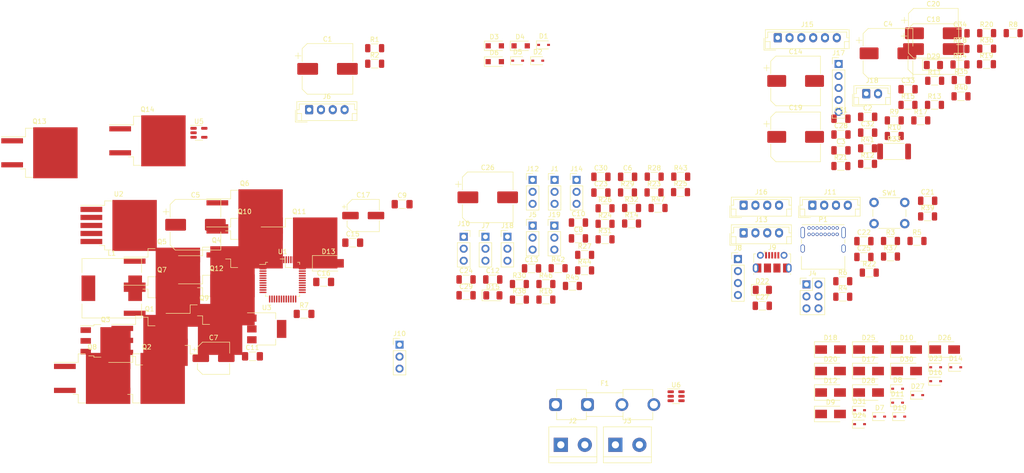
<source format=kicad_pcb>
(kicad_pcb (version 20211014) (generator pcbnew)
  (layers (0 "F.Cu" signal) (31 "B.Cu" signal) (34 "B.Paste" user) (35 "F.Paste" user) (36 "B.SilkS" user "B.Silkscreen") (37 "F.SilkS" user "F.Silkscreen") (38 "B.Mask" user) (39 "F.Mask" user) (44 "Edge.Cuts" user))
  (net 0 "")
  (net 1 "Vss")
  (net 2 "CURR_SENSE")
  (net 3 "+3V3")
  (net 4 "Net-(D13-Pad1)")
  (net 5 "Net-(D1-Pad1)")
  (net 6 "Net-(D6-Pad1)")
  (net 7 "Net-(D2-Pad1)")
  (net 8 "Net-(D3-Pad1)")
  (net 9 "Net-(Q3-Pad1)")
  (net 10 "Net-(J3-Pad1)")
  (net 11 "Net-(F1-Pad1)")
  (net 12 "Net-(D5-Pad1)")
  (net 13 "Net-(D4-Pad1)")
  (net 14 "Net-(D7-Pad1)")
  (net 15 "Net-(D12-Pad1)")
  (net 16 "Net-(D8-Pad1)")
  (net 17 "Net-(D9-Pad1)")
  (net 18 "Net-(D11-Pad1)")
  (net 19 "Net-(D10-Pad1)")
  (net 20 "Net-(D14-Pad1)")
  (net 21 "Net-(D20-Pad1)")
  (net 22 "Net-(D16-Pad1)")
  (net 23 "Net-(D17-Pad1)")
  (net 24 "Net-(D19-Pad1)")
  (net 25 "Net-(D18-Pad1)")
  (net 26 "Net-(D23-Pad1)")
  (net 27 "Net-(D28-Pad1)")
  (net 28 "Net-(D24-Pad1)")
  (net 29 "Net-(D25-Pad1)")
  (net 30 "Net-(D27-Pad1)")
  (net 31 "Net-(D26-Pad1)")
  (net 33 "STATUS_LED")
  (net 34 "Net-(D31-Pad1)")
  (net 35 "Net-(D30-Pad1)")
  (net 36 "OSC32_IN")
  (net 37 "OSC32_OUT")
  (net 38 "OSC_IN")
  (net 39 "OSC_OUT")
  (net 40 "RESET")
  (net 41 "PWM_4_GREEN")
  (net 42 "PWM_2_BLUE")
  (net 43 "VDDA")
  (net 44 "PWM_2_GREEN")
  (net 45 "VS_SENSE")
  (net 46 "STM32_USB-")
  (net 47 "PWM_4_RED")
  (net 48 "PWM_1_BLUE")
  (net 49 "PWM_1_RED")
  (net 50 "PWM_1_GREEN")
  (net 51 "BOOT1")
  (net 52 "/STM32_SCL2")
  (net 53 "/STM32_SDA2")
  (net 54 "STM32_USB+")
  (net 55 "FAN_SIG")
  (net 57 "BUTTON_1")
  (net 58 "BUTTON_2")
  (net 59 "BUTTON_3")
  (net 60 "BUTTON_4")
  (net 61 "/STM32_TX1")
  (net 62 "/STM32_RX1")
  (net 63 "Net-(R34-Pad2)")
  (net 64 "PWR_5V")
  (net 65 "Net-(J8-Pad2)")
  (net 66 "CONN_1_5V")
  (net 67 "CONN_4_5V")
  (net 68 "Net-(J8-Pad3)")
  (net 69 "Net-(D15-Pad2)")
  (net 73 "PWM_3_GREEN")
  (net 74 "PWM_3_RED")
  (net 75 "BOOT0")
  (net 76 "PWM_3_BLUE")
  (net 77 "PWM_4_BLUE")
  (net 78 "EXT_5V")
  (net 79 "CONN_2_5V")
  (net 80 "Net-(C20-Pad1)")
  (net 81 "CONN_3_5V")
  (net 82 "STM32_USB_C+")
  (net 83 "STM32_USB_MICRO+")
  (net 84 "STM32_USB_MICRO-")
  (net 85 "Net-(D29-Pad2)")
  (net 86 "Net-(J9-Pad3)")
  (net 87 "Net-(J9-Pad2)")
  (net 88 "Net-(R33-Pad1)")
  (net 89 "Net-(R46-Pad2)")
  (net 90 "STM32_USB_C-")
  (net 92 "+5V")
  (net 93 "Net-(D22-Pad2)")
  (net 94 "Net-(J4-Pad3)")
  (net 95 "Net-(J4-Pad4)")
  (net 97 "Net-(P1-PadA1)")
  (net 98 "Net-(P1-PadA4)")
  (net 106 "Net-(J2-Pad1)")
  (net 107 "USB_VBUS")
  (net 109 "/STM32_USB-")
  (net 110 "/STM32_USB+")
  (net 111 "PWM_2_RED")
  (footprint "TerminalBlock:TerminalBlock_bornier-2_P5.08mm" (layer "F.Cu") (at 176.37 107.58)
    (fp_text reference "J2" (at 2.54 -5.08) (layer "F.SilkS"))
    (fp_text value "Screw_Terminal_01x02")
    (pad "1" thru_hole rect (at 0 0) (size 3 3) (drill 1.52) (layers *.Cu *.Mask) (net 106 "Net-(J2-Pad1)"))
    (pad "2" thru_hole circle (at 5.08 0) (size 3 3) (drill 1.52) (layers *.Cu *.Mask) (net 2 "CURR_SENSE"))
  )
  (footprint "Capacitor_SMD:C_1206_3216Metric" (layer "F.Cu") (at 190.5 50.8)
    (fp_text reference "C6" (at 0 -1.85) (layer "F.SilkS"))
    (fp_text value "100nF")
    (pad "1" smd roundrect (at -1.475 0) (size 1.15 1.8) (layers "F.Cu" "F.Paste" "F.Mask") (roundrect_rratio 0.217391) (net 3 "+3V3"))
    (pad "2" smd roundrect (at 1.475 0) (size 1.15 1.8) (layers "F.Cu" "F.Paste" "F.Mask") (roundrect_rratio 0.217391) (net 2 "CURR_SENSE"))
  )
  (footprint "Package_TO_SOT_SMD:TO-263-2" (layer "F.Cu") (at 103.515 70.91)
    (fp_text reference "Q4" (at 0 -6.65) (layer "F.SilkS"))
    (fp_text value "IRF510N")
    (pad "1" smd rect (at -5.775 -2.54) (size 4.6 1.1) (layers "F.Cu" "F.Paste" "F.Mask") (net 12 "Net-(D5-Pad1)"))
    (pad "2" smd rect (at 3.375 0) (size 9.4 10.8) (layers "F.Cu" "F.Mask") (net 13 "Net-(D4-Pad1)"))
    (pad "3" smd rect (at -5.775 2.54) (size 4.6 1.1) (layers "F.Cu" "F.Paste" "F.Mask") (net 2 "CURR_SENSE"))
  )
  (footprint "Diode_SMD:D_SMA" (layer "F.Cu") (at 249.54 91.95)
    (fp_text reference "D30" (at 0 -2.5) (layer "F.SilkS"))
    (fp_text value "1N5001")
    (pad "1" smd rect (at -2 0) (size 2.5 1.8) (layers "F.Cu" "F.Paste" "F.Mask") (net 35 "Net-(D30-Pad1)"))
    (pad "2" smd rect (at 2 0) (size 2.5 1.8) (layers "F.Cu" "F.Paste" "F.Mask") (net 64 "PWR_5V"))
  )
  (footprint "Resistor_SMD:R_1206_3216Metric" (layer "F.Cu") (at 201.74 50.77)
    (fp_text reference "R43" (at 0 -1.82) (layer "F.SilkS"))
    (fp_text value "20R")
    (pad "1" smd roundrect (at -1.4625 0) (size 1.125 1.75) (layers "F.Cu" "F.Paste" "F.Mask") (roundrect_rratio 0.222222) (net 84 "STM32_USB_MICRO-"))
    (pad "2" smd roundrect (at 1.4625 0) (size 1.125 1.75) (layers "F.Cu" "F.Paste" "F.Mask") (roundrect_rratio 0.222222) (net 87 "Net-(J9-Pad2)"))
  )
  (footprint "Diode_SMD:D_SOD-323" (layer "F.Cu") (at 171.49 26.21)
    (fp_text reference "D2" (at 0 -1.85) (layer "F.SilkS"))
    (fp_text value "1N4148")
    (pad "1" smd rect (at -1.05 0) (size 0.6 0.45) (layers "F.Cu" "F.Paste" "F.Mask") (net 7 "Net-(D2-Pad1)"))
    (pad "2" smd rect (at 1.05 0) (size 0.6 0.45) (layers "F.Cu" "F.Paste" "F.Mask") (net 49 "PWM_1_RED"))
  )
  (footprint "Package_TO_SOT_SMD:TO-263-2" (layer "F.Cu") (at 66.04 45.72)
    (fp_text reference "Q13" (at 0 -6.65) (layer "F.SilkS"))
    (fp_text value "IRF510N")
    (pad "1" smd rect (at -5.775 -2.54) (size 4.6 1.1) (layers "F.Cu" "F.Paste" "F.Mask") (net 30 "Net-(D27-Pad1)"))
    (pad "2" smd rect (at 3.375 0) (size 9.4 10.8) (layers "F.Cu" "F.Mask") (net 31 "Net-(D26-Pad1)"))
    (pad "3" smd rect (at -5.775 2.54) (size 4.6 1.1) (layers "F.Cu" "F.Paste" "F.Mask") (net 2 "CURR_SENSE"))
  )
  (footprint "Diode_SMD:D_SMA" (layer "F.Cu") (at 233.44 96.5)
    (fp_text reference "D12" (at 0 -2.5) (layer "F.SilkS"))
    (fp_text value "1N4001")
    (pad "1" smd rect (at -2 0) (size 2.5 1.8) (layers "F.Cu" "F.Paste" "F.Mask") (net 15 "Net-(D12-Pad1)"))
    (pad "2" smd rect (at 2 0) (size 2.5 1.8) (layers "F.Cu" "F.Paste" "F.Mask") (net 79 "CONN_2_5V"))
  )
  (footprint "Resistor_SMD:R_1206_3216Metric" (layer "F.Cu") (at 191.34 60.7)
    (fp_text reference "R14" (at 0 -1.82) (layer "F.SilkS"))
    (fp_text value "10K")
    (pad "1" smd roundrect (at -1.4625 0) (size 1.125 1.75) (layers "F.Cu" "F.Paste" "F.Mask") (roundrect_rratio 0.222222) (net 3 "+3V3"))
    (pad "2" smd roundrect (at 1.4625 0) (size 1.125 1.75) (layers "F.Cu" "F.Paste" "F.Mask") (roundrect_rratio 0.222222) (net 40 "RESET"))
  )
  (footprint "Resistor_SMD:R_1206_3216Metric" (layer "F.Cu") (at 236.03 72.92)
    (fp_text reference "R6" (at 0 -1.82) (layer "F.SilkS"))
    (fp_text value "100K")
    (pad "1" smd roundrect (at -1.4625 0) (size 1.125 1.75) (layers "F.Cu" "F.Paste" "F.Mask") (roundrect_rratio 0.222222) (net 12 "Net-(D5-Pad1)"))
    (pad "2" smd roundrect (at 1.4625 0) (size 1.125 1.75) (layers "F.Cu" "F.Paste" "F.Mask") (roundrect_rratio 0.222222) (net 2 "CURR_SENSE"))
  )
  (footprint "Diode_SMD:D_SMA" (layer "F.Cu") (at 241.49 96.5)
    (fp_text reference "D28" (at 0 -2.5) (layer "F.SilkS"))
    (fp_text value "1N4001")
    (pad "1" smd rect (at -2 0) (size 2.5 1.8) (layers "F.Cu" "F.Paste" "F.Mask") (net 27 "Net-(D28-Pad1)"))
    (pad "2" smd rect (at 2 0) (size 2.5 1.8) (layers "F.Cu" "F.Paste" "F.Mask") (net 67 "CONN_4_5V"))
  )
  (footprint "Resistor_SMD:R_1206_3216Metric" (layer "F.Cu") (at 246.13 67.69)
    (fp_text reference "R37" (at 0 -1.82) (layer "F.SilkS"))
    (fp_text value "100K")
    (pad "1" smd roundrect (at -1.4625 0) (size 1.125 1.75) (layers "F.Cu" "F.Paste" "F.Mask") (roundrect_rratio 0.222222) (net 51 "BOOT1"))
    (pad "2" smd roundrect (at 1.4625 0) (size 1.125 1.75) (layers "F.Cu" "F.Paste" "F.Mask") (roundrect_rratio 0.222222) (net 94 "Net-(J4-Pad3)"))
  )
  (footprint "Resistor_SMD:R_1206_3216Metric" (layer "F.Cu") (at 261.09 30.3)
    (fp_text reference "R35" (at 0 -1.82) (layer "F.SilkS"))
    (fp_text value "1M")
    (pad "1" smd roundrect (at -1.4625 0) (size 1.125 1.75) (layers "F.Cu" "F.Paste" "F.Mask") (roundrect_rratio 0.222222) (net 45 "VS_SENSE"))
    (pad "2" smd roundrect (at 1.4625 0) (size 1.125 1.75) (layers "F.Cu" "F.Paste" "F.Mask") (roundrect_rratio 0.222222) (net 1 "Vss"))
  )
  (footprint "Package_TO_SOT_SMD:TO-263-3_TabPin2" (layer "F.Cu") (at 89.345 85.46)
    (fp_text reference "Q1" (at 0 -6.65) (layer "F.SilkS"))
    (fp_text value "IRF510N")
    (pad "1" smd rect (at -5.775 -2.54) (size 4.6 1.1) (layers "F.Cu" "F.Paste" "F.Mask") (net 5 "Net-(D1-Pad1)"))
    (pad "2" smd rect (at 3.375 0) (size 9.4 10.8) (layers "F.Cu" "F.Mask") (net 6 "Net-(D6-Pad1)"))
    (pad "2" smd rect (at -5.775 0) (size 4.6 1.1) (layers "F.Cu" "F.Paste" "F.Mask") (net 6 "Net-(D6-Pad1)"))
    (pad "3" smd rect (at -5.775 2.54) (size 4.6 1.1) (layers "F.Cu" "F.Paste" "F.Mask") (net 2 "CURR_SENSE"))
  )
  (footprint "LED_SMD:LED_1206_3216Metric" (layer "F.Cu") (at 161.99 75.92)
    (fp_text reference "D15" (at 0 -1.82) (layer "F.SilkS"))
    (fp_text value "Green LED")
    (pad "1" smd roundrect (at -1.4 0) (size 1.25 1.75) (layers "F.Cu" "F.Paste" "F.Mask") (roundrect_rratio 0.2) (net 2 "CURR_SENSE"))
    (pad "2" smd roundrect (at 1.4 0) (size 1.25 1.75) (layers "F.Cu" "F.Paste" "F.Mask") (roundrect_rratio 0.2) (net 69 "Net-(D15-Pad2)"))
  )
  (footprint "Resistor_SMD:R_1206_3216Metric" (layer "F.Cu") (at 175.8 70.17)
    (fp_text reference "R42" (at 0 -1.82) (layer "F.SilkS"))
    (fp_text value "20R")
    (pad "1" smd roundrect (at -1.4625 0) (size 1.125 1.75) (layers "F.Cu" "F.Paste" "F.Mask") (roundrect_rratio 0.222222) (net 83 "STM32_USB_MICRO+"))
    (pad "2" smd roundrect (at 1.4625 0) (size 1.125 1.75) (layers "F.Cu" "F.Paste" "F.Mask") (roundrect_rratio 0.222222) (net 86 "Net-(J9-Pad3)"))
  )
  (footprint "Capacitor_SMD:C_1206_3216Metric" (layer "F.Cu") (at 235.65 38.5)
    (fp_text reference "C31" (at 0 -1.85) (layer "F.SilkS"))
    (fp_text value "C")
    (pad "1" smd roundrect (at -1.475 0) (size 1.15 1.8) (layers "F.Cu" "F.Paste" "F.Mask") (roundrect_rratio 0.217391) (net 38 "OSC_IN"))
    (pad "2" smd roundrect (at 1.475 0) (size 1.15 1.8) (layers "F.Cu" "F.Paste" "F.Mask") (roundrect_rratio 0.217391) (net 2 "CURR_SENSE"))
  )
  (footprint "Package_TO_SOT_SMD:TO-263-2" (layer "F.Cu") (at 100.895 83.13)
    (fp_text reference "Q9" (at 0 -6.65) (layer "F.SilkS"))
    (fp_text value "IRF510N")
    (pad "1" smd rect (at -5.775 -2.54) (size 4.6 1.1) (layers "F.Cu" "F.Paste" "F.Mask") (net 22 "Net-(D16-Pad1)"))
    (pad "2" smd rect (at 3.375 0) (size 9.4 10.8) (layers "F.Cu" "F.Mask") (net 23 "Net-(D17-Pad1)"))
    (pad "3" smd rect (at -5.775 2.54) (size 4.6 1.1) (layers "F.Cu" "F.Paste" "F.Mask") (net 2 "CURR_SENSE"))
  )
  (footprint "Resistor_SMD:R_1206_3216Metric" (layer "F.Cu") (at 241.28 48.06)
    (fp_text reference "R12" (at 0 -1.82) (layer "F.SilkS"))
    (fp_text value "100K")
    (pad "1" smd roundrect (at -1.4625 0) (size 1.125 1.75) (layers "F.Cu" "F.Paste" "F.Mask") (roundrect_rratio 0.222222) (net 16 "Net-(D8-Pad1)"))
    (pad "2" smd roundrect (at 1.4625 0) (size 1.125 1.75) (layers "F.Cu" "F.Paste" "F.Mask") (roundrect_rratio 0.222222) (net 2 "CURR_SENSE"))
  )
  (footprint "Resistor_SMD:R_1206_3216Metric" (layer "F.Cu") (at 260.83 27.01)
    (fp_text reference "R34" (at 0 -1.82) (layer "F.SilkS"))
    (fp_text value "10K")
    (pad "1" smd roundrect (at -1.4625 0) (size 1.125 1.75) (layers "F.Cu" "F.Paste" "F.Mask") (roundrect_rratio 0.222222) (net 2 "CURR_SENSE"))
    (pad "2" smd roundrect (at 1.4625 0) (size 1.125 1.75) (layers "F.Cu" "F.Paste" "F.Mask") (roundrect_rratio 0.222222) (net 63 "Net-(R34-Pad2)"))
  )
  (footprint "Resistor_SMD:R_1206_3216Metric" (layer "F.Cu") (at 260.83 23.72)
    (fp_text reference "R18" (at 0 -1.82) (layer "F.SilkS"))
    (fp_text value "10K")
    (pad "1" smd roundrect (at -1.4625 0) (size 1.125 1.75) (layers "F.Cu" "F.Paste" "F.Mask") (roundrect_rratio 0.222222) (net 22 "Net-(D16-Pad1)"))
    (pad "2" smd roundrect (at 1.4625 0) (size 1.125 1.75) (layers "F.Cu" "F.Paste" "F.Mask") (roundrect_rratio 0.222222) (net 74 "PWM_3_RED"))
  )
  (footprint "Inductor_SMD:L_12x12mm_H8mm" (layer "F.Cu") (at 81.345 74.41)
    (fp_text reference "L1" (at 0 -7.4) (layer "F.SilkS"))
    (fp_text value "22u")
    (pad "1" smd rect (at -4.95 0) (size 2.9 5.4) (layers "F.Cu" "F.Paste" "F.Mask") (net 4 "Net-(D13-Pad1)"))
    (pad "2" smd rect (at 4.95 0) (size 2.9 5.4) (layers "F.Cu" "F.Paste" "F.Mask") (net 64 "PWR_5V"))
  )
  (footprint "Connector_PinSocket_2.54mm:PinSocket_1x03_P2.54mm_Vertical" (layer "F.Cu") (at 155.82 63.5)
    (fp_text reference "J10" (at 0 -2.77) (layer "F.SilkS"))
    (fp_text value "Conn_01x03_Female")
    (pad "1" thru_hole rect (at 0 0) (size 1.7 1.7) (drill 1) (layers *.Cu *.Mask) (net 61 "/STM32_TX1"))
    (pad "2" thru_hole oval (at 0 2.54) (size 1.7 1.7) (drill 1) (layers *.Cu *.Mask) (net 62 "/STM32_RX1"))
    (pad "3" thru_hole oval (at 0 5.08) (size 1.7 1.7) (drill 1) (layers *.Cu *.Mask) (net 2 "CURR_SENSE"))
  )
  (footprint "Resistor_SMD:R_1206_3216Metric_Pad1.30x1.75mm_HandSolder" (layer "F.Cu") (at 122.035 79.85)
    (fp_text reference "R7" (at 0 -1.82) (layer "F.SilkS"))
    (fp_text value "10K")
    (pad "1" smd roundrect (at -1.55 0) (size 1.3 1.75) (layers "F.Cu" "F.Paste" "F.Mask") (roundrect_rratio 0.192308) (net 9 "Net-(Q3-Pad1)"))
    (pad "2" smd roundrect (at 1.55 0) (size 1.3 1.75) (layers "F.Cu" "F.Paste" "F.Mask") (roundrect_rratio 0.192308) (net 2 "CURR_SENSE"))
  )
  (footprint "Fuse:Fuseholder_Clip-5x20mm_Eaton_1A5601-01_Inline_P20.80x6.76mm_D1.70mm_Horizontal" (layer "F.Cu") (at 175.26 99.06)
    (fp_text reference "F1" (at 10.4 -4.5) (layer "F.SilkS"))
    (fp_text value "1A")
    (pad "1" thru_hole roundrect (at 0 0) (size 2.7 2.7) (drill 1.7) (layers *.Cu *.Mask) (net 11 "Net-(F1-Pad1)"))
    (pad "1" thru_hole roundrect (at 6.76 0) (size 2.7 2.7) (drill 1.7) (layers *.Cu *.Mask) (net 11 "Net-(F1-Pad1)"))
    (pad "2" thru_hole circle (at 14.04 0) (size 2.7 2.7) (drill 1.7) (layers *.Cu *.Mask) (net 88 "Net-(R33-Pad1)"))
    (pad "2" thru_hole circle (at 20.8 0) (size 2.7 2.7) (drill 1.7) (layers *.Cu *.Mask) (net 88 "Net-(R33-Pad1)"))
  )
  (footprint "Diode_SMD:D_SMA" (layer "F.Cu") (at 241.49 91.95)
    (fp_text reference "D17" (at 0 -2.5) (layer "F.SilkS"))
    (fp_text value "1N4001")
    (pad "1" smd rect (at -2 0) (size 2.5 1.8) (layers "F.Cu" "F.Paste" "F.Mask") (net 23 "Net-(D17-Pad1)"))
    (pad "2" smd rect (at 2 0) (size 2.5 1.8) (layers "F.Cu" "F.Paste" "F.Mask") (net 81 "CONN_3_5V"))
  )
  (footprint "Diode_SMD:D_SOD-323" (layer "F.Cu") (at 239.59 100.25)
    (fp_text reference "D31" (at 0 -1.85) (layer "F.SilkS"))
    (fp_text value "1N4148")
    (pad "1" smd rect (at -1.05 0) (size 0.6 0.45) (layers "F.Cu" "F.Paste" "F.Mask") (net 34 "Net-(D31-Pad1)"))
    (pad "2" smd rect (at 1.05 0) (size 0.6 0.45) (layers "F.Cu" "F.Paste" "F.Mask") (net 55 "FAN_SIG"))
  )
  (footprint "Package_TO_SOT_SMD:SOT-23-5" (layer "F.Cu") (at 99.79 41.48)
    (fp_text reference "U5" (at 0 -2.4) (layer "F.SilkS"))
    (fp_text value "INA169")
    (pad "1" smd roundrect (at -1.1375 -0.95) (size 1.325 0.6) (layers "F.Cu" "F.Paste" "F.Mask") (net 63 "Net-(R34-Pad2)"))
    (pad "2" smd roundrect (at -1.1375 0) (size 1.325 0.6) (layers "F.Cu" "F.Paste" "F.Mask") (net 2 "CURR_SENSE"))
    (pad "3" smd roundrect (at -1.1375 0.95) (size 1.325 0.6) (layers "F.Cu" "F.Paste" "F.Mask") (net 88 "Net-(R33-Pad1)"))
    (pad "4" smd roundrect (at 1.1375 0.95) (size 1.325 0.6) (layers "F.Cu" "F.Paste" "F.Mask") (net 1 "Vss"))
    (pad "5" smd roundrect (at 1.1375 -0.95) (size 1.325 0.6) (layers "F.Cu" "F.Paste" "F.Mask") (net 3 "+3V3"))
  )
  (footprint "Resistor_SMD:R_1206_3216Metric" (layer "F.Cu") (at 253.98 59.2)
    (fp_text reference "R39" (at 0 -1.82) (layer "F.SilkS"))
    (fp_text value "100K")
    (pad "1" smd roundrect (at -1.4625 0) (size 1.125 1.75) (layers "F.Cu" "F.Paste" "F.Mask") (roundrect_rratio 0.222222) (net 95 "Net-(J4-Pad4)"))
    (pad "2" smd roundrect (at 1.4625 0) (size 1.125 1.75) (layers "F.Cu" "F.Paste" "F.Mask") (roundrect_rratio 0.222222) (net 75 "BOOT0"))
  )
  (footprint "Diode_SMD:D_SOD-323" (layer "F.Cu") (at 248.09 101.6)
    (fp_text reference "D19" (at 0 -1.85) (layer "F.SilkS"))
    (fp_text value "1N4148")
    (pad "1" smd rect (at -1.05 0) (size 0.6 0.45) (layers "F.Cu" "F.Paste" "F.Mask") (net 24 "Net-(D19-Pad1)"))
    (pad "2" smd rect (at 1.05 0) (size 0.6 0.45) (layers "F.Cu" "F.Paste" "F.Mask") (net 76 "PWM_3_BLUE"))
  )
  (footprint "Capacitor_SMD:C_1206_3216Metric" (layer "F.Cu") (at 254 55.88)
    (fp_text reference "C21" (at 0 -1.85) (layer "F.SilkS"))
    (fp_text value "1uF")
    (pad "1" smd roundrect (at -1.475 0) (size 1.15 1.8) (layers "F.Cu" "F.Paste" "F.Mask") (roundrect_rratio 0.217391) (net 92 "+5V"))
    (pad "2" smd roundrect (at 1.475 0) (size 1.15 1.8) (layers "F.Cu" "F.Paste" "F.Mask") (roundrect_rratio 0.217391) (net 2 "CURR_SENSE"))
  )
  (footprint "Diode_SMD:D_SMA" (layer "F.Cu") (at 233.44 91.95)
    (fp_text reference "D20" (at 0 -2.5) (layer "F.SilkS"))
    (fp_text value "1N4001")
    (pad "1" smd rect (at -2 0) (size 2.5 1.8) (layers "F.Cu" "F.Paste" "F.Mask") (net 21 "Net-(D20-Pad1)"))
    (pad "2" smd rect (at 2 0) (size 2.5 1.8) (layers "F.Cu" "F.Paste" "F.Mask") (net 81 "CONN_3_5V"))
  )
  (footprint "Connector_PinHeader_2.54mm:PinHeader_1x03_P2.54mm_Vertical" (layer "F.Cu") (at 179.7 51.45)
    (fp_text reference "J14" (at 0 -2.33) (layer "F.SilkS"))
    (fp_text value "Conn_01x03_Male")
    (pad "1" thru_hole rect (at 0 0) (size 1.7 1.7) (drill 1) (layers *.Cu *.Mask) (net 64 "PWR_5V"))
    (pad "2" thru_hole oval (at 0 2.54) (size 1.7 1.7) (drill 1) (layers *.Cu *.Mask) (net 67 "CONN_4_5V"))
    (pad "3" thru_hole oval (at 0 5.08) (size 1.7 1.7) (drill 1) (layers *.Cu *.Mask) (net 78 "EXT_5V"))
  )
  (footprint "Capacitor_SMD:C_1206_3216Metric" (layer "F.Cu") (at 180.1 63.85)
    (fp_text reference "C8" (at 0 -1.85) (layer "F.SilkS"))
    (fp_text value "100nF")
    (pad "1" smd roundrect (at -1.475 0) (size 1.15 1.8) (layers "F.Cu" "F.Paste" "F.Mask") (roundrect_rratio 0.217391) (net 3 "+3V3"))
    (pad "2" smd roundrect (at 1.475 0) (size 1.15 1.8) (layers "F.Cu" "F.Paste" "F.Mask") (roundrect_rratio 0.217391) (net 2 "CURR_SENSE"))
  )
  (footprint "Capacitor_SMD:C_1206_3216Metric" (layer "F.Cu") (at 249.85 32.25)
    (fp_text reference "C33" (at 0 -1.85) (layer "F.SilkS"))
    (fp_text value "1u")
    (pad "1" smd roundrect (at -1.475 0) (size 1.15 1.8) (layers "F.Cu" "F.Paste" "F.Mask") (roundrect_rratio 0.217391) (net 43 "VDDA"))
    (pad "2" smd roundrect (at 1.475 0) (size 1.15 1.8) (layers "F.Cu" "F.Paste" "F.Mask") (roundrect_rratio 0.217391) (net 2 "CURR_SENSE"))
  )
  (footprint "Package_TO_SOT_SMD:TO-263-2" (layer "F.Cu") (at 91.965 71.21)
    (fp_text reference "Q5" (at 0 -6.65) (layer "F.SilkS"))
    (fp_text value "IRF510N")
    (pad "1" smd rect (at -5.775 -2.54) (size 4.6 1.1) (layers "F.Cu" "F.Paste" "F.Mask") (net 14 "Net-(D7-Pad1)"))
    (pad "2" smd rect (at 3.375 0) (size 9.4 10.8) (layers "F.Cu" "F.Mask") (net 15 "Net-(D12-Pad1)"))
    (pad "3" smd rect (at -5.775 2.54) (size 4.6 1.1) (layers "F.Cu" "F.Paste" "F.Mask") (net 2 "CURR_SENSE"))
  )
  (footprint "Resistor_SMD:R_1206_3216Metric" (layer "F.Cu") (at 251.74 64.4)
    (fp_text reference "R5" (at 0 -1.82) (layer "F.SilkS"))
    (fp_text value "100K")
    (pad "1" smd roundrect (at -1.4625 0) (size 1.125 1.75) (layers "F.Cu" "F.Paste" "F.Mask") (roundrect_rratio 0.222222) (net 7 "Net-(D2-Pad1)"))
    (pad "2" smd roundrect (at 1.4625 0) (size 1.125 1.75) (layers "F.Cu" "F.Paste" "F.Mask") (roundrect_rratio 0.222222) (net 2 "CURR_SENSE"))
  )
  (footprint "Connector_JST:JST_EH_B4B-EH-A_1x04_P2.50mm_Vertical" (layer "F.Cu") (at 215.05 62.68)
    (fp_text reference "J13" (at 3.75 -2.8) (layer "F.SilkS"))
    (fp_text value "CONN_3")
    (pad "1" thru_hole roundrect (at 0 0) (size 1.7 1.95) (drill 0.95) (layers *.Cu *.Mask) (roundrect_rratio 0.147059) (net 81 "CONN_3_5V"))
    (pad "2" thru_hole oval (at 2.5 0) (size 1.7 1.95) (drill 0.95) (layers *.Cu *.Mask) (net 21 "Net-(D20-Pad1)"))
    (pad "3" thru_hole oval (at 5 0) (size 1.7 1.95) (drill 0.95) (layers *.Cu *.Mask) (net 23 "Net-(D17-Pad1)"))
    (pad "4" thru_hole oval (at 7.5 0) (size 1.7 1.95) (drill 0.95) (layers *.Cu *.Mask) (net 25 "Net-(D18-Pad1)"))
  )
  (footprint "Capacitor_SMD:CP_Elec_10x10.5" (layer "F.Cu") (at 160.905 55.15)
    (fp_text reference "C26" (at 0 -6.3) (layer "F.SilkS"))
    (fp_text value "100uF")
    (pad "1" smd roundrect (at -4.2 0) (size 4.4 2.5) (layers "F.Cu" "F.Paste" "F.Mask") (roundrect_rratio 0.1) (net 67 "CONN_4_5V"))
    (pad "2" smd roundrect (at 4.2 0) (size 4.4 2.5) (layers "F.Cu" "F.Paste" "F.Mask") (roundrect_rratio 0.1) (net 2 "CURR_SENSE"))
  )
  (footprint "Resistor_SMD:R_1206_3216Metric" (layer "F.Cu") (at 178.82 73.92)
    (fp_text reference "R45" (at 0 -1.82) (layer "F.SilkS"))
    (fp_text value "1M")
    (pad "1" smd roundrect (at -1.4625 0) (size 1.125 1.75) (layers "F.Cu" "F.Paste" "F.Mask") (roundrect_rratio 0.222222) (net 36 "OSC32_IN"))
    (pad "2" smd roundrect (at 1.4625 0) (size 1.125 1.75) (layers "F.Cu" "F.Paste" "F.Mask") (roundrect_rratio 0.222222) (net 37 "OSC32_OUT"))
  )
  (footprint "Resistor_SMD:R_1206_3216Metric" (layer "F.Cu") (at 272.09 20.37)
    (fp_text reference "R8" (at 0 -1.82) (layer "F.SilkS"))
    (fp_text value "10K")
    (pad "1" smd roundrect (at -1.4625 0) (size 1.125 1.75) (layers "F.Cu" "F.Paste" "F.Mask") (roundrect_rratio 0.222222) (net 14 "Net-(D7-Pad1)"))
    (pad "2" smd roundrect (at 1.4625 0) (size 1.125 1.75) (layers "F.Cu" "F.Paste" "F.Mask") (roundrect_rratio 0.222222) (net 44 "PWM_2_GREEN"))
  )
  (footprint "Package_TO_SOT_SMD:TO-263-2" (layer "F.Cu") (at 88.9 43.18)
    (fp_text reference "Q14" (at 0 -6.65) (layer "F.SilkS"))
    (fp_text value "IRF510N")
    (pad "1" smd rect (at -5.775 -2.54) (size 4.6 1.1) (layers "F.Cu" "F.Paste" "F.Mask") (net 34 "Net-(D31-Pad1)"))
    (pad "2" smd rect (at 3.375 0) (size 9.4 10.8) (layers "F.Cu" "F.Mask") (net 35 "Net-(D30-Pad1)"))
    (pad "3" smd rect (at -5.775 2.54) (size 4.6 1.1) (layers "F.Cu" "F.Paste" "F.Mask") (net 2 "CURR_SENSE"))
  )
  (footprint "Resistor_SMD:R_1206_3216Metric" (layer "F.Cu") (at 235.63 48.52)
    (fp_text reference "R21" (at 0 -1.82) (layer "F.SilkS"))
    (fp_text value "100K")
    (pad "1" smd roundrect (at -1.4625 0) (size 1.125 1.75) (layers "F.Cu" "F.Paste" "F.Mask") (roundrect_rratio 0.222222) (net 24 "Net-(D19-Pad1)"))
    (pad "2" smd roundrect (at 1.4625 0) (size 1.125 1.75) (layers "F.Cu" "F.Paste" "F.Mask") (roundrect_rratio 0.222222) (net 2 "CURR_SENSE"))
  )
  (footprint "TerminalBlock:TerminalBlock_bornier-2_P5.08mm" (layer "F.Cu") (at 187.92 107.58)
    (fp_text reference "J3" (at 2.54 -5.08) (layer "F.SilkS"))
    (fp_text value "PWR_SWITCH")
    (pad "1" thru_hole rect (at 0 0) (size 3 3) (drill 1.52) (layers *.Cu *.Mask) (net 10 "Net-(J3-Pad1)"))
    (pad "2" thru_hole circle (at 5.08 0) (size 3 3) (drill 1.52) (layers *.Cu *.Mask) (net 106 "Net-(J2-Pad1)"))
  )
  (footprint "Diode_SMD:D_SOD-323" (layer "F.Cu") (at 172.72 22.86)
    (fp_text reference "D1" (at 0 -1.85) (layer "F.SilkS"))
    (fp_text value "1N4148")
    (pad "1" smd rect (at -1.05 0) (size 0.6 0.45) (layers "F.Cu" "F.Paste" "F.Mask") (net 5 "Net-(D1-Pad1)"))
    (pad "2" smd rect (at 1.05 0) (size 0.6 0.45) (layers "F.Cu" "F.Paste" "F.Mask") (net 50 "PWM_1_GREEN"))
  )
  (footprint "Diode_SMD:D_SOD-323" (layer "F.Cu") (at 167.24 26.21)
    (fp_text reference "D5" (at 0 -1.85) (layer "F.SilkS"))
    (fp_text value "1N4148")
    (pad "1" smd rect (at -1.05 0) (size 0.6 0.45) (layers "F.Cu" "F.Paste" "F.Mask") (net 12 "Net-(D5-Pad1)"))
    (pad "2" smd rect (at 1.05 0) (size 0.6 0.45) (layers "F.Cu" "F.Paste" "F.Mask") (net 48 "PWM_1_BLUE"))
  )
  (footprint "Connector_PinHeader_2.54mm:PinHeader_1x03_P2.54mm_Vertical" (layer "F.Cu") (at 142.24 86.36)
    (fp_text reference "J10" (at 0 -2.33) (layer "F.SilkS"))
    (fp_text value "UART")
    (pad "1" thru_hole rect (at 0 0) (size 1.7 1.7) (drill 1) (layers *.Cu *.Mask) (net 61 "/STM32_TX1"))
    (pad "2" thru_hole oval (at 0 2.54) (size 1.7 1.7) (drill 1) (layers *.Cu *.Mask) (net 62 "/STM32_RX1"))
    (pad "3" thru_hole oval (at 0 5.08) (size 1.7 1.7) (drill 1) (layers *.Cu *.Mask) (net 2 "CURR_SENSE"))
  )
  (footprint "Diode_SMD:D_SMA" (layer "F.Cu") (at 249.54 87.4)
    (fp_text reference "D10" (at 0 -2.5) (layer "F.SilkS"))
    (fp_text value "1N4001")
    (pad "1" smd rect (at -2 0) (size 2.5 1.8) (layers "F.Cu" "F.Paste" "F.Mask") (net 19 "Net-(D10-Pad1)"))
    (pad "2" smd rect (at 2 0) (size 2.5 1.8) (layers "F.Cu" "F.Paste" "F.Mask") (net 79 "CONN_2_5V"))
  )
  (footprint "Diode_SMD:D_SMA" (layer "F.Cu") (at 233.44 87.4)
    (fp_text reference "D18" (at 0 -2.5) (layer "F.SilkS"))
    (fp_text value "1N4001")
    (pad "1" smd rect (at -2 0) (size 2.5 1.8) (layers "F.Cu" "F.Paste" "F.Mask") (net 25 "Net-(D18-Pad1)"))
    (pad "2" smd rect (at 2 0) (size 2.5 1.8) (layers "F.Cu" "F.Paste" "F.Mask") (net 81 "CONN_3_5V"))
  )
  (footprint "Connector_JST:JST_EH_B4B-EH-A_1x04_P2.50mm_Vertical" (layer "F.Cu") (at 123.115 36.59)
    (fp_text reference "J6" (at 3.75 -2.8) (layer "F.SilkS"))
    (fp_text value "CONN_1")
    (pad "1" thru_hole roundrect (at 0 0) (size 1.7 1.95) (drill 0.95) (layers *.Cu *.Mask) (roundrect_rratio 0.147059) (net 66 "CONN_1_5V"))
    (pad "2" thru_hole oval (at 2.5 0) (size 1.7 1.95) (drill 0.95) (layers *.Cu *.Mask) (net 6 "Net-(D6-Pad1)"))
    (pad "3" thru_hole oval (at 5 0) (size 1.7 1.95) (drill 0.95) (layers *.Cu *.Mask) (net 8 "Net-(D3-Pad1)"))
    (pad "4" thru_hole oval (at 7.5 0) (size 1.7 1.95) (drill 0.95) (layers *.Cu *.Mask) (net 13 "Net-(D4-Pad1)"))
  )
  (footprint "Capacitor_SMD:CP_Elec_10x10" (layer "F.Cu") (at 255.2 20.4)
    (fp_text reference "C20" (at 0 -6.2) (layer "F.SilkS"))
    (fp_text value "10uF")
    (pad "1" smd roundrect (at -4 0) (size 4 2.5) (layers "F.Cu" "F.Paste" "F.Mask") (roundrect_rratio 0.1) (net 80 "Net-(C20-Pad1)"))
    (pad "2" smd roundrect (at 4 0) (size 4 2.5) (layers "F.Cu" "F.Paste" "F.Mask") (roundrect_rratio 0.1) (net 2 "CURR_SENSE"))
  )
  (footprint "Diode_SMD:D_SOD-323" (layer "F.Cu") (at 243.84 101.6)
    (fp_text reference "D7" (at 0 -1.85) (layer "F.SilkS"))
    (fp_text value "1N4148")
    (pad "1" smd rect (at -1.05 0) (size 0.6 0.45) (layers "F.Cu" "F.Paste" "F.Mask") (net 14 "Net-(D7-Pad1)"))
    (pad "2" smd rect (at 1.05 0) (size 0.6 0.45) (layers "F.Cu" "F.Paste" "F.Mask") (net 44 "PWM_2_GREEN"))
  )
  (footprint "Resistor_SMD:R_1206_3216Metric" (layer "F.Cu") (at 241.64 71.1)
    (fp_text reference "R22" (at 0 -1.82) (layer "F.SilkS"))
    (fp_text value "15K")
    (pad "1" smd roundrect (at -1.4625 0) (size 1.125 1.75) (layers "F.Cu" "F.Paste" "F.Mask") (roundrect_rratio 0.222222) (net 92 "+5V"))
    (pad "2" smd roundrect (at 1.4625 0) (size 1.125 1.75) (layers "F.Cu" "F.Paste" "F.Mask") (roundrect_rratio 0.222222) (net 93 "Net-(D22-Pad2)"))
  )
  (footprint "Resistor_SMD:R_1206_3216Metric" (layer "F.Cu") (at 136.975 26.85)
    (fp_text reference "R2" (at 0 -1.82) (layer "F.SilkS"))
    (fp_text value "100k")
    (pad "1" smd roundrect (at -1.4625 0) (size 1.125 1.75) (layers "F.Cu" "F.Paste" "F.Mask") (roundrect_rratio 0.222222) (net 5 "Net-(D1-Pad1)"))
    (pad "2" smd roundrect (at 1.4625 0) (size 1.125 1.75) (layers "F.Cu" "F.Paste" "F.Mask") (roundrect_rratio 0.222222) (net 2 "CURR_SENSE"))
  )
  (footprint "Resistor_SMD:R_1206_3216Metric" (layer "F.Cu") (at 181.41 70.63)
    (fp_text reference "R44" (at 0 -1.82) (layer "F.SilkS"))
    (fp_text value "4.7K")
    (pad "1" smd roundrect (at -1.4625 0) (size 1.125 1.75) (layers "F.Cu" "F.Paste" "F.Mask") (roundrect_rratio 0.222222) (net 86 "Net-(J9-Pad3)"))
    (pad "2" smd roundrect (at 1.4625 0) (size 1.125 1.75) (layers "F.Cu" "F.Paste" "F.Mask") (roundrect_rratio 0.222222) (net 107 "USB_VBUS"))
  )
  (footprint "Capacitor_SMD:CP_Elec_10x10" (layer "F.Cu") (at 226.055 42.35)
    (fp_text reference "C19" (at 0 -6.2) (layer "F.SilkS"))
    (fp_text value "100uF")
    (pad "1" smd roundrect (at -4 0) (size 4 2.5) (layers "F.Cu" "F.Paste" "F.Mask") (roundrect_rratio 0.1) (net 81 "CONN_3_5V"))
    (pad "2" smd roundrect (at 4 0) (size 4 2.5) (layers "F.Cu" "F.Paste" "F.Mask") (roundrect_rratio 0.1) (net 2 "CURR_SENSE"))
  )
  (footprint "Resistor_SMD:R_1206_3216Metric" (layer "F.Cu") (at 136.975 23.56)
    (fp_text reference "R1" (at 0 -1.82) (layer "F.SilkS"))
    (fp_text value "10k")
    (pad "1" smd roundrect (at -1.4625 0) (size 1.125 1.75) (layers "F.Cu" "F.Paste" "F.Mask") (roundrect_rratio 0.222222) (net 5 "Net-(D1-Pad1)"))
    (pad "2" smd roundrect (at 1.4625 0) (size 1.125 1.75) (layers "F.Cu" "F.Paste" "F.Mask") (roundrect_rratio 0.222222) (net 50 "PWM_1_GREEN"))
  )
  (footprint "Connector_JST:JST_EH_B6B-EH-A_1x06_P2.50mm_Vertical" (layer "F.Cu") (at 222.27 21.35)
    (fp_text reference "J15" (at 6.25 -2.8) (layer "F.SilkS"))
    (fp_text value "Conn_01x06_Female")
    (pad "1" thru_hole roundrect (at 0 0) (size 1.7 1.95) (drill 0.95) (layers *.Cu *.Mask) (roundrect_rratio 0.147059) (net 3 "+3V3"))
    (pad "2" thru_hole oval (at 2.5 0) (size 1.7 1.95) (drill 0.95) (layers *.Cu *.Mask) (net 57 "BUTTON_1"))
    (pad "3" thru_hole oval (at 5 0) (size 1.7 1.95) (drill 0.95) (layers *.Cu *.Mask) (net 58 "BUTTON_2"))
    (pad "4" thru_hole oval (at 7.5 0) (size 1.7 1.95) (drill 0.95) (layers *.Cu *.Mask) (net 59 "BUTTON_3"))
    (pad "5" thru_hole oval (at 10 0) (size 1.7 1.95) (drill 0.95) (layers *.Cu *.Mask) (net 60 "BUTTON_4"))
    (pad "6" thru_hole oval (at 12.5 0) (size 1.7 1.95) (drill 0.95) (layers *.Cu *.Mask) (net 2 "CURR_SENSE"))
  )
  (footprint "Connector_PinHeader_2.54mm:PinHeader_1x05_P2.54mm_Vertical" (layer "F.Cu") (at 235.15 26.9)
    (fp_text reference "J17" (at 0 -2.33) (layer "F.SilkS"))
    (fp_text value "TST")
    (pad "1" thru_hole rect (at 0 0) (size 1.7 1.7) (drill 1) (layers *.Cu *.Mask) (net 1 "Vss"))
    (pad "2" thru_hole oval (at 0 2.54) (size 1.7 1.7) (drill 1) (layers *.Cu *.Mask) (net 64 "PWR_5V"))
    (pad "3" thru_hole oval (at 0 5.08) (size 1.7 1.7) (drill 1) (layers *.Cu *.Mask) (net 92 "+5V"))
    (pad "4" thru_hole oval (at 0 7.62) (size 1.7 1.7) (drill 1) (layers *.Cu *.Mask) (net 3 "+3V3"))
    (pad "5" thru_hole oval (at 0 10.16) (size 1.7 1.7) (drill 1) (layers *.Cu *.Mask) (net 2 "CURR_SENSE"))
  )
  (footprint "Diode_SMD:D_SOD-323" (layer "F.Cu") (at 251.89 97.05)
    (fp_text reference "D27" (at 0 -1.85) (layer "F.SilkS"))
    (fp_text value "1N4148")
    (pad "1" smd rect (at -1.05 0) (size 0.6 0.45) (layers "F.Cu" "F.Paste" "F.Mask") (net 30 "Net-(D27-Pad1)"))
    (pad "2" smd rect (at 1.05 0) (size 0.6 0.45) (layers "F.Cu" "F.Paste" "F.Mask") (net 77 "PWM_4_BLUE"))
  )
  (footprint "Package_TO_SOT_SMD:TO-263-2" (layer "F.Cu") (at 109.465 64.82)
    (fp_text reference "Q10" (at 0 -6.65) (layer "F.SilkS"))
    (fp_text value "IRF510N")
    (pad "1" smd rect (at -5.775 -2.54) (size 4.6 1.1) (layers "F.Cu" "F.Paste" "F.Mask") (net 24 "Net-(D19-Pad1)"))
    (pad "2" smd rect (at 3.375 0) (size 9.4 10.8) (layers "F.Cu" "F.Mask") (net 25 "Net-(D18-Pad1)"))
    (pad "3" smd rect (at -5.775 2.54) (size 4.6 1.1) (layers "F.Cu" "F.Paste" "F.Mask") (net 2 "CURR_SENSE"))
  )
  (footprint "Resistor_SMD:R_1206_3216Metric" (layer "F.Cu") (at 266.48 23.66)
    (fp_text reference "R36" (at 0 -1.82) (layer "F.SilkS"))
    (fp_text value "10M")
    (pad "1" smd roundrect (at -1.4625 0) (size 1.125 1.75) (layers "F.Cu" "F.Paste" "F.Mask") (roundrect_rratio 0.222222) (net 2 "CURR_SENSE"))
    (pad "2" smd roundrect (at 1.4625 0) (size 1.125 1.75) (layers "F.Cu" "F.Paste" "F.Mask") (roundrect_rratio 0.222222) (net 45 "VS_SENSE"))
  )
  (footprint "Diode_SMD:D_SMA" (layer "F.Cu") (at 257.59 87.4)
    (fp_text reference "D26" (at 0 -2.5) (layer "F.SilkS"))
    (fp_text value "1N4001")
    (pad "1" smd rect (at -2 0) (size 2.5 1.8) (layers "F.Cu" "F.Paste" "F.Mask") (net 31 "Net-(D26-Pad1)"))
    (pad "2" smd rect (at 2 0) (size 2.5 1.8) (layers "F.Cu" "F.Paste" "F.Mask") (net 67 "CONN_4_5V"))
  )
  (footprint "Diode_SMD:D_SOD-323" (layer "F.Cu") (at 239.59 103.2)
    (fp_text reference "D24" (at 0 -1.85) (layer "F.SilkS"))
    (fp_text value "1N4148")
    (pad "1" smd rect (at -1.05 0) (size 0.6 0.45) (layers "F.Cu" "F.Paste" "F.Mask") (net 28 "Net-(D24-Pad1)"))
    (pad "2" smd rect (at 1.05 0) (size 0.6 0.45) (layers "F.Cu" "F.Paste" "F.Mask") (net 47 "PWM_4_RED"))
  )
  (footprint "LED_SMD:LED_1206_3216Metric" (layer "F.Cu") (at 255.22 27.12)
    (fp_text reference "D29" (at 0 -1.82) (layer "F.SilkS"))
    (fp_text value "RED LED")
    (pad "1" smd roundrect (at -1.4 0) (size 1.25 1.75) (layers "F.Cu" "F.Paste" "F.Mask") (roundrect_rratio 0.2) (net 2 "CURR_SENSE"))
    (pad "2" smd roundrect (at 1.4 0) (size 1.25 1.75) (layers "F.Cu" "F.Paste" "F.Mask") (roundrect_rratio 0.2) (net 85 "Net-(D29-Pad2)"))
  )
  (footprint "Resistor_SMD:R_1206_3216Metric" (layer "F.Cu") (at 252.54 38.86)
    (fp_text reference "R17" (at 0 -1.82) (layer "F.SilkS"))
    (fp_text value "100K")
    (pad "1" smd roundrect (at -1.4625 0) (size 1.125 1.75) (layers "F.Cu" "F.Paste" "F.Mask") (roundrect_rratio 0.222222) (net 20 "Net-(D14-Pad1)"))
    (pad "2" smd roundrect (at 1.4625 0) (size 1.125 1.75) (layers "F.Cu" "F.Paste" "F.Mask") (roundrect_rratio 0.222222) (net 2 "CURR_SENSE"))
  )
  (footprint "Package_TO_SOT_SMD:SOT-23-6" (layer "F.Cu") (at 200.76 97.29)
    (fp_text reference "U6" (at 0 -2.4) (layer "F.SilkS"))
    (fp_text value "USBLC6-2SC6")
    (pad "1" smd roundrect (at -1.1375 -0.95) (size 1.325 0.6) (layers "F.Cu" "F.Paste" "F.Mask") (net 110 "/STM32_USB+"))
    (pad "2" smd roundrect (at -1.1375 0) (size 1.325 0.6) (layers "F.Cu" "F.Paste" "F.Mask") (net 2 "CURR_SENSE"))
    (pad "3" smd roundrect (at -1.1375 0.95) (size 1.325 0.6) (layers "F.Cu" "F.Paste" "F.Mask") (net 83 "STM32_USB_MICRO+"))
    (pad "4" smd roundrect (at 1.1375 0.95) (size 1.325 0.6) (layers "F.Cu" "F.Paste" "F.Mask") (net 84 "STM32_USB_MICRO-"))
    (pad "5" smd roundrect (at 1.1375 0) (size 1.325 0.6) (layers "F.Cu" "F.Paste" "F.Mask") (net 107 "USB_VBUS"))
    (pad "6" smd roundrect (at 1.1375 -0.95) (size 1.325 0.6) (layers "F.Cu" "F.Paste" "F.Mask") (net 109 "/STM32_USB-"))
  )
  (footprint "Capacitor_SMD:CP_Elec_6.3x7.7" (layer "F.Cu") (at 102.885 89.24)
    (fp_text reference "C7" (at 0 -4.35) (layer "F.SilkS"))
    (fp_text value "680u")
    (pad "1" smd roundrect (at -2.7 0) (size 3.5 1.6) (layers "F.Cu" "F.Paste" "F.Mask") (roundrect_rratio 0.15625) (net 1 "Vss"))
    (pad "2" smd roundrect (at 2.7 0) (size 3.5 1.6) (layers "F.Cu" "F.Paste" "F.Mask") (roundrect_rratio 0.15625) (net 2 "CURR_SENSE"))
  )
  (footprint "Diode_SMD:D_SMA" (layer "F.Cu") (at 241.49 87.4)
    (fp_text reference "D25" (at 0 -2.5) (layer "F.SilkS"))
    (fp_text value "1N4001")
    (pad "1" smd rect (at -2 0) (size 2.5 1.8) (layers "F.Cu" "F.Paste" "F.Mask") (net 29 "Net-(D25-Pad1)"))
    (pad "2" smd rect (at 2 0) (size 2.5 1.8) (layers "F.Cu" "F.Paste" "F.Mask") (net 67 "CONN_4_5V"))
  )
  (footprint "Button_Switch_THT:SW_PUSH_6mm" (layer "F.Cu") (at 242.65 56.23)
    (fp_text reference "SW1" (at 3.25 -2) (layer "F.SilkS"))
    (fp_text value "SW_Push_Dual")
    (pad "1" thru_hole circle (at 0 0 90) (size 2 2) (drill 1.1) (layers *.Cu *.Mask) (net 40 "RESET"))
    (pad "1" thru_hole circle (at 6.5 0 90) (size 2 2) (drill 1.1) (layers *.Cu *.Mask) (net 40 "RESET"))
    (pad "2" thru_hole circle (at 6.5 4.5 90) (size 2 2) (drill 1.1) (layers *.Cu *.Mask) (net 40 "RESET"))
    (pad "2" thru_hole circle (at 0 4.5 90) (size 2 2) (drill 1.1) (layers *.Cu *.Mask) (net 40 "RESET"))
  )
  (footprint "Package_TO_SOT_SMD:SOT-223-3_TabPin2" (layer "F.Cu") (at 114.135 83.03)
    (fp_text reference "U3" (at 0 -4.5) (layer "F.SilkS"))
    (fp_text value "LD1117S50TR_SOT223")
    (pad "1" smd rect (at -3.15 -2.3) (size 2 1.5) (layers "F.Cu" "F.Paste" "F.Mask") (net 2 "CURR_SENSE"))
    (pad "2" smd rect (at -3.15 0) (size 2 1.5) (layers "F.Cu" "F.Paste" "F.Mask") (net 80 "Net-(C20-Pad1)"))
    (pad "2" smd rect (at 3.15 0) (size 2 3.8) (layers "F.Cu" "F.Paste" "F.Mask") (net 80 "Net-(C20-Pad1)"))
    (pad "3" smd rect (at -3.15 2.3) (size 2 1.5) (layers "F.Cu" "F.Paste" "F.Mask") (net 1 "Vss"))
  )
  (footprint "Capacitor_SMD:C_1206_3216Metric" (layer "F.Cu") (at 180.1 60.5)
    (fp_text reference "C10" (at 0 -1.85) (layer "F.SilkS"))
    (fp_text value "100nF")
    (pad "1" smd roundrect (at -1.475 0) (size 1.15 1.8) (layers "F.Cu" "F.Paste" "F.Mask") (roundrect_rratio 0.217391) (net 3 "+3V3"))
    (pad "2" smd roundrect (at 1.475 0) (size 1.15 1.8) (layers "F.Cu" "F.Paste" "F.Mask") (roundrect_rratio 0.217391) (net 2 "CURR_SENSE"))
  )
  (footprint "Resistor_SMD:R_1206_3216Metric" (layer "F.Cu") (at 246.93 38.86)
    (fp_text reference "R9" (at 0 -1.82) (layer "F.SilkS"))
    (fp_text value "100K")
    (pad "1" smd roundrect (at -1.4625 0) (size 1.125 1.75) (layers "F.Cu" "F.Paste" "F.Mask") (roundrect_rratio 0.222222) (net 14 "Net-(D7-Pad1)"))
    (pad "2" smd roundrect (at 1.4625 0) (size 1.125 1.75) (layers "F.Cu" "F.Paste" "F.Mask") (roundrect_rratio 0.222222) (net 2 "CURR_SENSE"))
  )
  (footprint "Resistor_SMD:R_1206_3216Metric" (layer "F.Cu") (at 185.73 57.47)
    (fp_text reference "R26" (at 0 -1.82) (layer "F.SilkS"))
    (fp_text value "10K")
    (pad "1" smd roundrect (at -1.4625 0) (size 1.125 1.75) (layers "F.Cu" "F.Paste" "F.Mask") (roundrect_rratio 0.222222) (net 30 "Net-(D27-Pad1)"))
    (pad "2" smd roundrect (at 1.4625 0) (size 1.125 1.75) (layers "F.Cu" "F.Paste" "F.Mask") (roundrect_rratio 0.222222) (net 77 "PWM_4_BLUE"))
  )
  (footprint "Capacitor_SMD:C_1206_3216Metric" (layer "F.Cu") (at 241.3 38.1)
    (fp_text reference "C2" (at 0 -1.85) (layer "F.SilkS"))
    (fp_text value "C")
    (pad "1" smd roundrect (at -1.475 0) (size 1.15 1.8) (layers "F.Cu" "F.Paste" "F.Mask") (roundrect_rratio 0.217391) (net 36 "OSC32_IN"))
    (pad "2" smd roundrect (at 1.475 0) (size 1.15 1.8) (layers "F.Cu" "F.Paste" "F.Mask") (roundrect_rratio 0.217391) (net 2 "CURR_SENSE"))
  )
  (footprint "Connector_PinHeader_2.54mm:PinHeader_1x03_P2.54mm_Vertical" (layer "F.Cu") (at 170.4 61.15)
    (fp_text reference "J5" (at 0 -2.33) (layer "F.SilkS"))
    (fp_text value "Conn_01x03_Female")
    (pad "1" thru_hole rect (at 0 0) (size 1.7 1.7) (drill 1) (layers *.Cu *.Mask) (net 52 "/STM32_SCL2"))
    (pad "2" thru_hole oval (at 0 2.54) (size 1.7 1.7) (drill 1) (layers *.Cu *.Mask) (net 53 "/STM32_SDA2"))
    (pad "3" thru_hole oval (at 0 5.08) (size 1.7 1.7) (drill 1) (layers *.Cu *.Mask) (net 2 "CURR_SENSE"))
  )
  (footprint "Capacitor_SMD:CP_Elec_10x10.5" (layer "F.Cu") (at 99.06 60.96)
    (fp_text reference "C5" (at 0 -6.3) (layer "F.SilkS"))
    (fp_text value "1000u")
    (pad "1" smd roundrect (at -4.2 0) (size 4.4 2.5) (layers "F.Cu" "F.Paste" "F.Mask") (roundrect_rratio 0.1) (net 1 "Vss"))
    (pad "2" smd roundrect (at 4.2 0) (size 4.4 2.5) (layers "F.Cu" "F.Paste" "F.Mask") (roundrect_rratio 0.1) (net 2 "CURR_SENSE"))
  )
  (footprint "Capacitor_SMD:C_1206_3216Metric_Pad1.33x1.80mm_HandSolder" (layer "F.Cu") (at 132.335 64.76)
    (fp_text reference "C15" (at 0 -1.85) (layer "F.SilkS"))
    (fp_text value "10nF")
    (pad "1" smd roundrect (at -1.5625 0) (size 1.325 1.8) (layers "F.Cu" "F.Paste" "F.Mask") (roundrect_rratio 0.188679) (net 64 "PWR_5V"))
    (pad "2" smd roundrect (at 1.5625 0) (size 1.325 1.8) (layers "F.Cu" "F.Paste" "F.Mask") (roundrect_rratio 0.188679) (net 2 "CURR_SENSE"))
  )
  (footprint "Diode_SMD:D_SOD-323" (layer "F.Cu") (at 255.69 91.15)
    (fp_text reference "D23" (at 0 -1.85) (layer "F.SilkS"))
    (fp_text value "1N4148")
    (pad "1" smd rect (at -1.05 0) (size 0.6 0.45) (layers "F.Cu" "F.Paste" "F.Mask") (net 26 "Net-(D23-Pad1)"))
    (pad "2" smd rect (at 1.05 0) (size 0.6 0.45) (layers "F.Cu" "F.Paste" "F.Mask") (net 41 "PWM_4_GREEN"))
  )
  (footprint "Resistor_SMD:R_1206_3216Metric" (layer "F.Cu") (at 201.7 54.06)
    (fp_text reference "R25" (at 0 -1.82) (layer "F.SilkS"))
    (fp_text value "10K")
    (pad "1" smd roundrect (at -1.4625 0) (size 1.125 1.75) (layers "F.Cu" "F.Paste" "F.Mask") (roundrect_rratio 0.222222) (net 28 "Net-(D24-Pad1)"))
    (pad "2" smd roundrect (at 1.4625 0) (size 1.125 1.75) (layers "F.Cu" "F.Paste" "F.Mask") (roundrect_rratio 0.222222) (net 47 "PWM_4_RED"))
  )
  (footprint "Capacitor_SMD:C_1206_3216Metric" (layer "F.Cu") (at 240.5 67.78)
    (fp_text reference "C25" (at 0 -1.85) (layer "F.SilkS"))
    (fp_text value "1uF")
    (pad "1" smd roundrect (at -1.475 0) (size 1.15 1.8) (layers "F.Cu" "F.Paste" "F.Mask") (roundrect_rratio 0.217391) (net 3 "+3V3"))
    (pad "2" smd roundrect (at 1.475 0) (size 1.15 1.8) (layers "F.Cu" "F.Paste" "F.Mask") (roundrect_rratio 0.217391) (net 2 "CURR_SENSE"))
  )
  (footprint "Connector_JST:JST_EH_B4B-EH-A_1x04_P2.50mm_Vertical" (layer "F.Cu") (at 215.05 56.83)
    (fp_text reference "J16" (at 3.75 -2.8) (layer "F.SilkS"))
    (fp_text value "CONN_4")
    (pad "1" thru_hole roundrect (at 0 0) (size 1.7 1.95) (drill 0.95) (layers *.Cu *.Mask) (roundrect_rratio 0.147059) (net 67 "CONN_4_5V"))
    (pad "2" thru_hole oval (at 2.5 0) (size 1.7 1.95) (drill 0.95) (layers *.Cu *.Mask) (net 27 "Net-(D28-Pad1)"))
    (pad "3" thru_hole oval (at 5 0) (size 1.7 1.95) (drill 0.95) (layers *.Cu *.Mask) (net 29 "Net-(D25-Pad1)"))
    (pad "4" thru_hole oval (at 7.5 0) (size 1.7 1.95) (drill 0.95) (layers *.Cu *.Mask) (net 31 "Net-(D26-Pad1)"))
  )
  (footprint "Package_TO_SOT_SMD:TO-263-2" (layer "F.Cu") (at 77.195 93.51)
    (fp_text reference "Q8" (at 0 -6.65) (layer "F.SilkS"))
    (fp_text value "IRF510N")
    (pad "1" smd rect (at -5.775 -2.54) (size 4.6 1.1) (layers "F.Cu" "F.Paste" "F.Mask") (net 20 "Net-(D14-Pad1)"))
    (pad "2" smd rect (at 3.375 0) (size 9.4 10.8) (layers "F.Cu" "F.Mask") (net 21 "Net-(D20-Pad1)"))
    (pad "3" smd rect (at -5.775 2.54) (size 4.6 1.1) (layers "F.Cu" "F.Paste" "F.Mask") (net 2 "CURR_SENSE"))
  )
  (footprint "Diode_SMD:D_SMA" (layer "F.Cu") (at 233.44 101.05)
    (fp_text reference "D9" (at 0 -2.5) (layer "F.SilkS"))
    (fp_text value "1N4001")
    (pad "1" smd rect (at -2 0) (size 2.5 1.8) (layers "F.Cu" "F.Paste" "F.Mask") (net 17 "Net-(D9-Pad1)"))
    (pad "2" smd rect (at 2 0) (size 2.5 1.8) (layers "F.Cu" "F.Paste" "F.Mask") (net 79 "CONN_2_5V"))
  )
  (footprint "Diode_SMD:D_SOD-123F" (layer "F.Cu") (at 162.395 26.41)
    (fp_text reference "D6" (at -0.127 -1.905) (layer "F.SilkS"))
    (fp_text value "1N4001")
    (pad "1" smd rect (at -1.4 0) (size 1.1 1.1) (layers "F.Cu" "F.Paste" "F.Mask") (net 6 "Net-(D6-Pad1)"))
    (pad "2" smd rect (at 1.4 0) (size 1.1 1.1) (layers "F.Cu" "F.Paste" "F.Mask") (net 66 "CONN_1_5V"))
  )
  (footprint "Capacitor_SMD:C_1206_3216Metric" (layer "F.Cu") (at 161.97 72.55)
    (fp_text reference "C12" (at 0 -1.85) (layer "F.SilkS"))
    (fp_text value "100nF")
    (pad "1" smd roundrect (at -1.475 0) (size 1.15 1.8) (layers "F.Cu" "F.Paste" "F.Mask") (roundrect_rratio 0.217391) (net 3 "+3V3"))
    (pad "2" smd roundrect (at 1.475 0) (size 1.15 1.8) (layers "F.Cu" "F.Paste" "F.Mask") (roundrect_rratio 0.217391) (net 2 "CURR_SENSE"))
  )
  (footprint "Connector_JST:JST_EH_B4B-EH-A_1x04_P2.50mm_Vertical" (layer "F.Cu") (at 229.6 56.83)
    (fp_text reference "J11" (at 3.75 -2.8) (layer "F.SilkS"))
    (fp_text value "CONN_2")
    (pad "1" thru_hole roundrect (at 0 0) (size 1.7 1.95) (drill 0.95) (layers *.Cu *.Mask) (roundrect_rratio 0.147059) (net 79 "CONN_2_5V"))
    (pad "2" thru_hole oval (at 2.5 0) (size 1.7 1.95) (drill 0.95) (layers *.Cu *.Mask) (net 15 "Net-(D12-Pad1)"))
    (pad "3" thru_hole oval (at 5 0) (size 1.7 1.95) (drill 0.95) (layers *.Cu *.Mask) (net 17 "Net-(D9-Pad1)"))
    (pad "4" thru_hole oval (at 7.5 0) (size 1.7 1.95) (drill 0.95) (layers *.Cu *.Mask) (net 19 "Net-(D10-Pad1)"))
  )
  (footprint "Resistor_SMD:R_1206_3216Metric" (layer "F.Cu") (at 261.05 33.75)
    (fp_text reference "R40" (at 0 -1.82) (layer "F.SilkS"))
    (fp_text value "10K")
    (pad "1" smd roundrect (at -1.4625 0) (size 1.125 1.75) (layers "F.Cu" "F.Paste" "F.Mask") (roundrect_rratio 0.222222) (net 34 "Net-(D31-Pad1)"))
    (pad "2" smd roundrect (at 1.4625 0) (size 1.125 1.75) (layers "F.Cu" "F.Paste" "F.Mask") (roundrect_rratio 0.222222) (net 55 "FAN_SIG"))
  )
  (footprint "Capacitor_SMD:C_1206_3216Metric_Pad1.33x1.80mm_HandSolder" (layer "F.Cu") (at 126.185 73.08)
    (fp_text reference "C16" (at 0 -1.85) (layer "F.SilkS"))
    (fp_text value "100nF")
    (pad "1" smd roundrect (at -1.5625 0) (size 1.325 1.8) (layers "F.Cu" "F.Paste" "F.Mask") (roundrect_rratio 0.188679) (net 64 "PWR_5V"))
    (pad "2" smd roundrect (at 1.5625 0) (size 1.325 1.8) (layers "F.Cu" "F.Paste" "F.Mask") (roundrect_rratio 0.188679) (net 2 "CURR_SENSE"))
  )
  (footprint "Connector_PinHeader_2.54mm:PinHeader_1x03_P2.54mm_Vertical" (layer "F.Cu") (at 160.42 63.5)
    (fp_text reference "J7" (at 0 -2.33) (layer "F.SilkS"))
    (fp_text value "Conn_01x03_Male")
    (pad "1" thru_hole rect (at 0 0) (size 1.7 1.7) (drill 1) (layers *.Cu *.Mask) (net 64 "PWR_5V"))
    (pad "2" thru_hole oval (at 0 2.54) (size 1.7 1.7) (drill 1) (layers *.Cu *.Mask) (net 79 "CONN_2_5V"))
    (pad "3" thru_hole oval (at 0 5.08) (size 1.7 1.7) (drill 1) (layers *.Cu *.Mask) (net 78 "EXT_5V"))
  )
  (footprint "Resistor_SMD:R_1206_3216Metric" (layer "F.Cu") (at 255.48 30.46)
    (fp_text reference "R11" (at 0 -1.82) (layer "F.SilkS"))
    (fp_text value "10K")
    (pad "1" smd roundrect (at -1.4625 0) (size 1.125 1.75) (layers "F.Cu" "F.Paste" "F.Mask") (roundrect_rratio 0.222222) (net 18 "Net-(D11-Pad1)"))
    (pad "2" smd roundrect (at 1.4625 0) (size 1.125 1.75) (layers "F.Cu" "F.Paste" "F.Mask") (roundrect_rratio 0.222222) (net 42 "PWM_2_BLUE"))
  )
  (footprint "Diode_SMD:D_SOD-323" (layer "F.Cu") (at 259.94 91.15)
    (fp_text reference "D14" (at 0 -1.85) (layer "F.SilkS"))
    (fp_text value "1N4148")
    (pad "1" smd rect (at -1.05 0) (size 0.6 0.45) (layers "F.Cu" "F.Paste" "F.Mask") (net 20 "Net-(D14-Pad1)"))
    (pad "2" smd rect (at 1.05 0) (size 0.6 0.45) (layers "F.Cu" "F.Paste" "F.Mask") (net 73 "PWM_3_GREEN"))
  )
  (footprint "Diode_SMD:D_SOD-323" (layer "F.Cu") (at 247.64 95.7)
    (fp_text reference "D8" (at 0 -1.85) (layer "F.SilkS"))
    (fp_text value "1N4148")
    (pad "1" smd rect (at -1.05 0) (size 0.6 0.45) (layers "F.Cu" "F.Paste" "F.Mask") (net 16 "Net-(D8-Pad1)"))
    (pad "2" smd rect (at 1.05 0) (size 0.6 0.45) (layers "F.Cu" "F.Paste" "F.Mask") (net 111 "PWM_2_RED"))
  )
  (footprint "Connector_PinHeader_2.54mm:PinHeader_1x03_P2.54mm_Vertical" (layer "F.Cu") (at 175.05 51.45)
    (fp_text reference "J1" (at 0 -2.33) (layer "F.SilkS"))
    (fp_text value "Conn_01x03_Male")
    (pad "1" thru_hole rect (at 0 0) (size 1.7 1.7) (drill 1) (layers *.Cu *.Mask) (net 64 "PWR_5V"))
    (pad "2" thru_hole oval (at 0 2.54) (size 1.7 1.7) (drill 1) (layers *.Cu *.Mask) (net 66 "CONN_1_5V"))
    (pad "3" thru_hole oval (at 0 5.08) (size 1.7 1.7) (drill 1) (layers *.Cu *.Mask) (net 78 "EXT_5V"))
  )
  (footprint "Resistor_SMD:R_1206_3216Metric" (layer "F.Cu") (at 236.03 76.21)
    (fp_text reference "R4" (at 0 -1.82) (layer "F.SilkS"))
    (fp_text value "10K")
    (pad "1" smd roundrect (at -1.4625 0) (size 1.125 1.75) (layers "F.Cu" "F.Paste" "F.Mask") (roundrect_rratio 0.222222) (net 12 "Net-(D5-Pad1)"))
    (pad "2" smd roundrect (at 1.4625 0) (size 1.125 1.75) (layers "F.Cu" "F.Paste" "F.Mask") (roundrect_rratio 0.222222) (net 48 "PWM_1_BLUE"))
  )
  (footprint "Resistor_SMD:R_1206_3216Metric" (layer "F.Cu") (at 167.6 73.52)
    (fp_text reference "R30" (at 0 -1.82) (layer "F.SilkS"))
    (fp_text value "10K")
    (pad "1" smd roundrect (at -1.4625 0) (size 1.125 1.75) (layers "F.Cu" "F.Paste" "F.Mask") (roundrect_rratio 0.222222) (net 3 "+3V3"))
    (pad "2" smd roundrect (at 1.4625 0) (size 1.125 1.75) (layers "F.Cu" "F.Paste" "F.Mask") (roundrect_rratio 0.222222) (net 58 "BUTTON_2"))
  )
  (footprint "Package_TO_SOT_SMD:TO-263-2" (layer "F.Cu") (at 88.745 93.51)
    (fp_text reference "Q2" (at 0 -6.65) (layer "F.SilkS"))
    (fp_text value "IRF510N")
    (pad "1" smd rect (at -5.775 -2.54) (size 4.6 1.1) (layers "F.Cu" "F.Paste" "F.Mask") (net 7 "Net-(D2-Pad1)"))
    (pad "2" smd rect (at 3.375 0) (size 9.4 10.8) (layers "F.Cu" "F.Mask") (net 8 "Net-(D3-Pad1)"))
    (pad "3" smd rect (at -5.775 2.54) (size 4.6 1.1) (layers "F.Cu" "F.Paste" "F.Mask") (net 2 "CURR_SENSE"))
  )
  (footprint "Package_TO_SOT_SMD:TO-263-2" (layer "F.Cu") (at 109.465 58.86)
    (fp_text reference "Q6" (at 0 -6.65) (layer "F.SilkS"))
    (fp_text value "IRF510N")
    (pad "1" smd rect (at -5.775 -2.54) (size 4.6 1.1) (layers "F.Cu" "F.Paste" "F.Mask") (net 16 "Net-(D8-Pad1)"))
    (pad "2" smd rect (at 3.375 0) (size 9.4 10.8) (layers "F.Cu" "F.Mask") (net 17 "Net-(D9-Pad1)"))
    (pad "3" smd rect (at -5.775 2.54) (size 4.6 1.1) (layers "F.Cu" "F.Paste" "F.Mask") (net 2 "CURR_SENSE"))
  )
  (footprint "Connector_JST:JST_EH_B2B-EH-A_1x02_P2.50mm_Vertical" (layer "F.Cu") (at 241 33.2)
    (fp_text reference "J18" (at 1.25 -2.8) (layer "F.SilkS"))
    (fp_text value "Conn_01x02_Female")
    (pad "1" thru_hole roundrect (at 0 0) (size 1.7 2) (drill 1) (layers *.Cu *.Mask) (roundrect_rratio 0.147059) (net 64 "PWR_5V"))
    (pad "2" thru_hole oval (at 2.5 0) (size 1.7 2) (drill 1) (layers *.Cu *.Mask) (net 35 "Net-(D30-Pad1)"))
  )
  (footprint "Package_TO_SOT_SMD:TO-263-2" (layer "F.Cu") (at 121.015 64.82)
    (fp_text reference "Q11" (at 0 -6.65) (layer "F.SilkS"))
    (fp_text value "IRF510N")
    (pad "1" smd rect (at -5.775 -2.54) (size 4.6 1.1) (layers "F.Cu" "F.Paste" "F.Mask") (net 26 "Net-(D23-Pad1)"))
    (pad "2" smd rect (at 3.375 0) (size 9.4 10.8) (layers "F.Cu" "F.Mask") (net 27 "Net-(D28-Pad1)"))
    (pad "3" smd rect (at -5.775 2.54) (size 4.6 1.1) (layers "F.Cu" "F.Paste" "F.Mask") (net 2 "CURR_SENSE"))
  )
  (footprint "LED_SMD:LED_1206_3216Metric" (layer "F.Cu") (at 219.02 74.75)
    (fp_text reference "D22" (at 0 -1.82) (layer "F.SilkS"))
    (fp_text value "Blue LED")
    (pad "1" smd roundrect (at -1.4 0) (size 1.25 1.75) (layers "F.Cu" "F.Paste" "F.Mask") (roundrect_rratio 0.2) (net 2 "CURR_SENSE"))
    (pad "2" smd roundrect (at 1.4 0) (size 1.25 1.75) (layers "F.Cu" "F.Paste" "F.Mask") (roundrect_rratio 0.2) (net 93 "Net-(D22-Pad2)"))
  )
  (footprint "Capacitor_SMD:C_1206_3216Metric" (layer "F.Cu") (at 156.32 75.9)
    (fp_text reference "C29" (at 0 -1.85) (layer "F.SilkS"))
    (fp_text value "01.uF")
    (pad "1" smd roundrect (at -1.475 0) (size 1.15 1.8) (layers "F.Cu" "F.Paste" "F.Mask") (roundrect_rratio 0.217391) (net 3 "+3V3"))
    (pad "2" smd roundrect (at 1.475 0) (size 1.15 1.8) (layers "F.Cu" "F.Paste" "F.Mask") (roundrect_rratio 0.217391) (net 2 "CURR_SENSE"))
  )
  (footprint "Capacitor_SMD:CP_Elec_10x10.5" (layer "F.Cu") (at 127 27.94)
    (fp_text reference "C1" (at 0 -6.3) (layer "F.SilkS"))
    (fp_text value "100uF")
    (pad "1" smd roundrect (at -4.2 0) (size 4.4 2.5) (layers "F.Cu" "F.Paste" "F.Mask") (roundrect_rratio 0.1) (net 66 "CONN_1_5V"))
    (pad "2" smd roundrect (at 4.2 0) (size 4.4 2.5) (layers "F.Cu" "F.Paste" "F.Mask") (roundrect_rratio 0.1) (net 2 "CURR_SENSE"))
  )
  (footprint "Package_TO_SOT_SMD:TO-263-2" (layer "F.Cu") (at 91.965 77.17)
    (fp_text reference "Q7" (at 0 -6.65) (layer "F.SilkS"))
    (fp_text value "IRF510N")
    (pad "1" smd rect (at -5.775 -2.54) (size 4.6 1.1) (layers "F.Cu" "F.Paste" "F.Mask") (net 18 "Net-(D11-Pad1)"))
    (pad "2" smd rect (at 3.375 0) (size 9.4 10.8) (layers "F.Cu" "F.Mask") (net 19 "Net-(D10-Pad1)"))
    (pad "3" smd rect (at -5.775 2.54) (size 4.6 1.1) (layers "F.Cu" "F.Paste" "F.Mask") (net 2 "CURR_SENSE"))
  )
  (footprint "Connector_PinHeader_2.54mm:PinHeader_1x03_P2.54mm_Vertical" (layer "F.Cu") (at 165.07 63.5)
    (fp_text reference "J18" (at 0 -2.33) (layer "F.SilkS"))
    (fp_text value "Conn_01x03_Male")
    (pad "1" thru_hole rect (at 0 0) (size 1.7 1.7) (drill 1) (layers *.Cu *.Mask) (net 82 "STM32_USB_C+"))
    (pad "2" thru_hole oval (at 0 2.54) (size 1.7 1.7) (drill 1) (layers *.Cu *.Mask) (net 54 "STM32_USB+"))
    (pad "3" thru_hole oval (at 0 5.08) (size 1.7 1.7) (drill 1) (layers *.Cu *.Mask) (net 83 "STM32_USB_MICRO+"))
  )
  (footprint "Capacitor_SMD:C_1206_3216Metric" (layer "F.Cu") (at 235.65 41.85)
    (fp_text reference "C28" (at 0 -1.85) (layer "F.SilkS"))
    (fp_text value "01.uF")
    (pad "1" smd roundrect (at -1.475 0) (size 1.15 1.8) (layers "F.Cu" "F.Paste" "F.Mask") (roundrect_rratio 0.217391) (net 3 "+3V3"))
    (pad "2" smd roundrect (at 1.475 0) (size 1.15 1.8) (layers "F.Cu" "F.Paste" "F.Mask") (roundrect_rratio 0.217391) (net 2 "CURR_SENSE"))
  )
  (footprint "Capacitor_SMD:CP_Elec_10x10" (layer "F.Cu") (at 245.605 24.65)
    (fp_text reference "C4" (at 0 -6.2) (layer "F.SilkS"))
    (fp_text value "100uF")
    (pad "1" smd roundrect (at -4 0) (size 4 2.5) (layers "F.Cu" "F.Paste" "F.Mask") (roundrect_rratio 0.1) (net 3 "+3V3"))
    (pad "2" smd roundrect (at 4 0) (size 4 2.5) (layers "F.Cu" "F.Paste" "F.Mask") (roundrect_rratio 0.1) (net 2 "CURR_SENSE"))
  )
  (footprint "Resistor_SMD:R_1206_3216Metric" (layer "F.Cu") (at 196.13 50.77)
    (fp_text reference "R28" (at 0 -1.82) (layer "F.SilkS"))
    (fp_text value "100K")
    (pad "1" smd roundrect (at -1.4625 0) (size 1.125 1.75) (layers "F.Cu" "F.Paste" "F.Mask") (roundrect_rratio 0.222222) (net 30 "Net-(D27-Pad1)"))
    (pad "2" smd roundrect (at 1.4625 0) (size 1.125 1.75) (layers "F.Cu" "F.Paste" "F.Mask") (roundrect_rratio 0.222222) (net 2 "CURR_SENSE"))
  )
  (footprint "Package_TO_SOT_SMD:TO-263-5_TabPin3" (layer "F.Cu") (at 82.805 61.11)
    (fp_text reference "U2" (at 0 -6.65) (layer "F.SilkS"))
    (fp_text value "LM2596S-5")
    (pad "1" smd rect (at -5.775 -3.4) (size 4.6 1.1) (layers "F.Cu" "F.Paste" "F.Mask") (net 1 "Vss"))
    (pad "2" smd rect (at -5.775 -1.7) (size 4.6 1.1) (layers "F.Cu" "F.Paste" "F.Mask") (net 4 "Net-(D13-Pad1)"))
    (pad "3" smd rect (at -5.775 0) (size 4.6 1.1) (layers "F.Cu" "F.Paste" "F.Mask") (net 2 "CURR_SENSE"))
    (pad "3" smd rect (at 3.375 0) (size 9.4 10.8) (layers "F.Cu" "F.Mask") (net 2 "CURR_SENSE"))
    (pad "4" smd rect (at -5.775 1.7) (size 4.6 1.1) (layers "F.Cu" "F.Paste" "F.Mask") (net 64 "PWR_5V"))
    (pad "5" smd rect (at -5.775 3.4) (size 4.6 1.1) (layers "F.Cu" "F.Paste" "F.Mask") (net 2 "CURR_SENSE"))
  )
  (footprint "Resistor_SMD:R_1206_3216Metric" (layer "F.Cu") (at 249.83 35.57)
    (fp_text reference "R15" (at 0 -1.82) (layer "F.SilkS"))
    (fp_text value "10K")
    (pad "1" smd roundrect (at -1.4625 0) (size 1.125 1.75) (layers "F.Cu" "F.Paste" "F.Mask") (roundrect_rratio 0.222222) (net 20 "Net-(D14-Pad1)"))
    (pad "2" smd roundrect (at 1.4625 0) (size 1.125 1.75) (layers "F.Cu" "F.Paste" "F.Mask") (roundrect_rratio 0.222222) (net 73 "PWM_3_GREEN"))
  )
  (footprint "Capacitor_SMD:C_1206_3216Metric" (layer "F.Cu") (at 235.65 45.2)
    (fp_text reference "C3" (at 0 -1.85) (layer "F.SilkS"))
    (fp_text value "C")
    (pad "1" smd roundrect (at -1.475 0) (size 1.15 1.8) (layers "F.Cu" "F.Paste" "F.Mask") (roundrect_rratio 0.217391) (net 37 "OSC32_OUT"))
    (pad "2" smd roundrect (at 1.475 0) (size 1.15 1.8) (layers "F.Cu" "F.Paste" "F.Mask") (roundrect_rratio 0.217391) (net 2 "CURR_SENSE"))
  )
  (footprint "Resistor_SMD:R_1206_3216Metric" (layer "F.Cu") (at 181.41 67.34)
    (fp_text reference "R27" (at 0 -1.82) (layer "F.SilkS"))
    (fp_text value "100K")
    (pad "1" smd roundrect (at -1.4625 0) (size 1.125 1.75) (layers "F.Cu" "F.Paste" "F.Mask") (roundrect_rratio 0.222222) (net 28 "Net-(D24-Pad1)"))
    (pad "2" smd roundrect (at 1.4625 0) (size 1.125 1.75) (layers "F.Cu" "F.Paste" "F.Mask") (roundrect_rratio 0.222222) (net 2 "CURR_SENSE"))
  )
  (footprint "Connector_USB:USB_Micro-B_Molex-105017-0001" (layer "F.Cu") (at 221.1 68.89)
    (fp_text reference "J9" (at 0 -3.1125) (layer "F.SilkS"))
    (fp_text value "USB_B_Micro")
    (pad "1" smd rect (at -1.3 -1.4625) (size 0.4 1.35) (layers "F.Cu" "F.Paste" "F.Mask") (net 107 "USB_VBUS"))
    (pad "2" smd rect (at -0.65 -1.4625) (size 0.4 1.35) (layers "F.Cu" "F.Paste" "F.Mask") (net 87 "Net-(J9-Pad2)"))
    (pad "3" smd rect (at 0 -1.4625) (size 0.4 1.35) (layers "F.Cu" "F.Paste" "F.Mask") (net 86 "Net-(J9-Pad3)"))
    (pad "4" smd rect (at 0.65 -1.4625) (size 0.4 1.35) (layers "F.Cu" "F.Paste" "F.Mask"))
    (pad "5" smd rect (at 1.3 -1.4625) (size 0.4 1.35) (layers "F.Cu" "F.Paste" "F.Mask") (net 2 "CURR_SENSE"))
    (pad "6" thru_hole oval (at -3.5 1.2375 180) (size 1.2 1.9) (drill oval 0.6 1.3) (layers *.Cu *.Mask))
    (pad "6" thru_hole oval (at 3.5 1.2375) (size 1.2 1.9) (drill oval 0.6 1.3) (layers *.Cu *.Mask))
    (pad "6" smd rect (at 1 1.2375) (size 1.5 1.9) (layers "F.Cu" "F.Paste" "F.Mask"))
    (pad "6" thru_hole circle (at -2.5 -1.4625) (size 1.45 1.45) (drill 0.85) (layers *.Cu *.Mask))
    (pad "6" smd rect (at -2.9 1.2375) (size 1.2 1.9) (layers "F.Cu" "F.Mask"))
    (pad "6" smd rect (at -1 1.2375) (size 1.5 1.9) (layers "F.Cu" "F.Paste" "F.Mask"))
    (pad "6" smd rect (at 2.9 1.2375) (size 1.2 1.9) (layers "F.Cu" "F.Mask"))
    (pad "6" thru_hole circle (at 2.5 -1.4625) (size 1.45 1.45) (drill 0.85) (layers *.Cu *.Mask))
  )
  (footprint "Diode_SMD:D_SOD-323" (layer "F.Cu") (at 247.64 98.65)
    (fp_text reference "D11" (at 0 -1.85) (layer "F.SilkS"))
    (fp_text value "1N4148")
    (pad "1" smd rect (at -1.05 0) (size 0.6 0.45) (layers "F.Cu" "F.Paste" "F.Mask") (net 18 "Net-(D11-Pad1)"))
    (pad "2" smd rect (at 1.05 0) (size 0.6 0.45) (layers "F.Cu" "F.Paste" "F.Mask") (net 42 "PWM_2_BLUE"))
  )
  (footprint "Capacitor_SMD:C_1206_3216Metric" (layer "F.Cu") (at 241.3 41.45)
    (fp_text reference "C32" (at 0 -1.85) (layer "F.SilkS"))
    (fp_text value "C")
    (pad "1" smd roundrect (at -1.475 0) (size 1.15 1.8) (layers "F.Cu" "F.Paste" "F.Mask") (roundrect_rratio 0.217391) (net 39 "OSC_OUT"))
    (pad "2" smd roundrect (at 1.475 0) (size 1.15 1.8) (layers "F.Cu" "F.Paste" "F.Mask") (roundrect_rratio 0.217391) (net 2 "CURR_SENSE"))
  )
  (footprint "Connector_PinHeader_2.54mm:PinHeader_2x03_P2.54mm_Vertical" (layer "F.Cu") (at 228.35 73.6)
    (fp_text reference "J4" (at 1.27 -2.33) (layer "F.SilkS"))
    (fp_text value "Conn_02x03_Odd_Even")
    (pad "1" thru_hole rect (at 0 0) (size 1.7 1.7) (drill 1) (layers *.Cu *.Mask) (net 2 "CURR_SENSE"))
    (pad "2" thru_hole oval (at 2.54 0) (size 1.7 1.7) (drill 1) (layers *.Cu *.Mask) (net 2 "CURR_SENSE"))
    (pad "3" thru_hole oval (at 0 2.54) (size 1.7 1.7) (drill 1) (layers *.Cu *.Mask) (net 94 "Net-(J4-Pad3)"))
    (pad "4" thru_hole oval (at 2.54 2.54) (size 1.7 1.7) (drill 1) (layers *.Cu *.Mask) (net 95 "Net-(J4-Pad4)"))
    (pad "5" thru_hole oval (at 0 5.08) (size 1.7 1.7) (drill 1) (layers *.Cu *.Mask) (net 3 "+3V3"))
    (pad "6" thru_hole oval (at 2.54 5.08) (size 1.7 1.7) (drill 1) (layers *.Cu *.Mask) (net 3 "+3V3"))
  )
  (footprint "Resistor_SMD:R_1206_3216Metric" (layer "F.Cu") (at 185.73 60.76)
    (fp_text reference "R24" (at 0 -1.82) (layer "F.SilkS"))
    (fp_text value "100K")
    (pad "1" smd roundrect (at -1.4625 0) (size 1.125 1.75) (layers "F.Cu" "F.Paste" "F.Mask") (roundrect_rratio 0.222222) (net 26 "Net-(D23-Pad1)"))
    (pad "2" smd roundrect (at 1.4625 0) (size 1.125 1.75) (layers "F.Cu" "F.Paste" "F.Mask") (roundrect_rratio 0.222222) (net 2 "CURR_SENSE"))
  )
  (footprint "Capacitor_SMD:C_1206_3216Metric" (layer "F.Cu") (at 260.85 20.4)
    (fp_text reference "C34" (at 0 -1.85) (layer "F.SilkS"))
    (fp_text value "10n")
    (pad "1" smd roundrect (at -1.475 0) (size 1.15 1.8) (layers "F.Cu" "F.Paste" "F.Mask") (roundrect_rratio 0.217391) (net 43 "VDDA"))
    (pad "2" smd roundrect (at 1.475 0) (size 1.15 1.8) (layers "F.Cu" "F.Paste" "F.Mask") (roundrect_rratio 0.217391) (net 2 "CURR_SENSE"))
  )
  (footprint "Capacitor_SMD:C_1206_3216Metric_Pad1.33x1.80mm_HandSolder" (layer "F.Cu") (at 111.115 88.83)
    (fp_text reference "C11" (at 0 -1.85) (layer "F.SilkS"))
    (fp_text value "100nF")
    (pad "1" smd roundrect (at -1.5625 0) (size 1.325 1.8) (layers "F.Cu" "F.Paste" "F.Mask") (roundrect_rratio 0.188679) (net 1 "Vss"))
    (pad "2" smd roundrect (at 1.5625 0) (size 1.325 1.8) (layers "F.Cu" "F.Paste" "F.Mask") (roundrect_rratio 0.188679) (net 2 "CURR_SENSE"))
  )
  (footprint "Resistor_SMD:R_1206_3216Metric" (layer "F.Cu") (at 266.48 20.37)
    (fp_text reference "R20" (at 0 -1.82) (layer "F.SilkS"))
    (fp_text value "100K")
    (pad "1" smd roundrect (at -1.4625 0) (size 1.125 1.75) (layers "F.Cu" "F.Paste" "F.Mask") (roundrect_rratio 0.222222) (net 22 "Net-(D16-Pad1)"))
    (pad "2" smd roundrect (at 1.4625 0) (size 1.125 1.75) (layers "F.Cu" "F.Paste" "F.Mask") (roundrect_rratio 0.222222) (net 2 "CURR_SENSE"))
  )
  (footprint "Capacitor_SMD:C_1206_3216Metric" (layer "F.Cu") (at 219 78.12)
    (fp_text reference "C27" (at 0 -1.85) (layer "F.SilkS"))
    (fp_text value "100nF")
    (pad "1" smd roundrect (at -1.475 0) (size 1.15 1.8) (layers "F.Cu" "F.Paste" "F.Mask") (roundrect_rratio 0.217391) (net 3 "+3V3"))
    (pad "2" smd roundrect (at 1.475 0) (size 1.15 1.8) (layers "F.Cu" "F.Paste" "F.Mask") (roundrect_rratio 0.217391) (net 2 "CURR_SENSE"))
  )
  (footprint "Resistor_SMD:R_1206_3216Metric" (layer "F.Cu") (at 191.34 57.41)
    (fp_text reference "R32" (at 0 -1.82) (layer "F.SilkS"))
    (fp_text value "10K")
    (pad "1" smd roundrect (at -1.4625 0) (size 1.125 1.75) (layers "F.Cu" "F.Paste" "F.Mask") (roundrect_rratio 0.222222) (net 3 "+3V3"))
    (pad "2" smd roundrect (at 1.4625 0) (size 1.125 1.75) (layers "F.Cu" "F.Paste" "F.Mask") (roundrect_rratio 0.222222) (net 60 "BUTTON_4"))
  )
  (footprint "Package_TO_SOT_SMD:TO-252-3_TabPin2" (layer "F.Cu") (at 80.035 85.56)
    (fp_text reference "Q3" (at 0 -4.5) (layer "F.SilkS"))
    (fp_text value "Q_PMOS_SDG")
    (pad "1" smd rect (at -4.2 -2.28) (size 2.2 1.2) (layers "F.Cu" "F.Paste" "F.Mask") (net 9 "Net-(Q3-Pad1)"))
    (pad "2" smd rect (at 2.1 0) (size 6.4 5.8) (layers "F.Cu" "F.Mask") (net 10 "Net-(J3-Pad1)"))
    (pad "2" smd rect (at -4.2 0) (size 2.2 1.2) (layers "F.Cu" "F.Paste" "F.Mask") (net 10 "Net-(J3-Pad1)"))
    (pad "3" smd rect (at -4.2 2.28) (size 2.2 1.2) (layers "F.Cu" "F.Paste" "F.Mask") (net 11 "Net-(F1-Pad1)"))
  )
  (footprint "Resistor_SMD:R_1206_3216Metric" (layer "F.Cu") (at 255.44 35.57)
    (fp_text reference "R13" (at 0 -1.82) (layer "F.SilkS"))
    (fp_text value "100K")
    (pad "1" smd roundrect (at -1.4625 0) (size 1.125 1.75) (layers "F.Cu" "F.Paste" "F.Mask") (roundrect_rratio 0.222222) (net 18 "Net-(D11-Pad1)"))
    (pad "2" smd roundrect (at 1.4625 0) (size 1.125 1.75) (layers "F.Cu" "F.Paste" "F.Mask") (roundrect_rratio 0.222222) (net 2 "CURR_SENSE"))
  )
  (footprint "Resistor_SMD:R_1206_3216Metric" (layer "F.Cu") (at 173.21 73.52)
    (fp_text reference "R46" (at 0 -1.82) (layer "F.SilkS"))
    (fp_text value "20R")
    (pad "1" smd roundrect (at -1.4625 0) (size 1.125 1.75) (layers "F.Cu" "F.Paste" "F.Mask") (roundrect_rratio 0.222222) (net 82 "STM32_USB_C+"))
    (pad "2" smd roundrect (at 1.4625 0) (size 1.125 1.75) (layers "F.Cu" "F.Paste" "F.Mask") (roundrect_rratio 0.222222) (net 89 "Net-(R46-Pad2)"))
  )
  (footprint "Capacitor_SMD:C_1206_3216Metric" (layer "F.Cu") (at 240.5 64.43)
    (fp_text reference "C22" (at 0 -1.85) (layer "F.SilkS"))
    (fp_text value "100nF")
    (pad "1" smd roundrect (at -1.475 0) (size 1.15 1.8) (layers "F.Cu" "F.Paste" "F.Mask") (roundrect_rratio 0.217391) (net 92 "+5V"))
    (pad "2" smd roundrect (at 1.475 0) (size 1.15 1.8) (layers "F.Cu" "F.Paste" "F.Mask") (roundrect_rratio 0.217391) (net 2 "CURR_SENSE"))
  )
  (footprint "Resistor_SMD:R_1206_3216Metric" (layer "F.Cu") (at 241.28 44.77)
    (fp_text reference "R41" (at 0 -1.82) (layer "F.SilkS"))
    (fp_text value "100K")
    (pad "1" smd roundrect (at -1.4625 0) (size 1.125 1.75) (layers "F.Cu" "F.Paste" "F.Mask") (roundrect_rratio 0.222222) (net 34 "Net-(D31-Pad1)"))
    (pad "2" smd roundrect (at 1.4625 0) (size 1.125 1.75) (layers "F.Cu" "F.Paste" "F.Mask") (roundrect_rratio 0.222222) (net 2 "CURR_SENSE"))
  )
  (footprint "Resistor_SMD:R_1206_3216Metric" (layer "F.Cu") (at 185.73 64.05)
    (fp_text reference "R31" (at 0 -1.82) (layer "F.SilkS"))
    (fp_text value "10K")
    (pad "1" smd roundrect (at -1.4625 0) (size 1.125 1.75) (layers "F.Cu" "F.Paste" "F.Mask") (roundrect_rratio 0.222222) (net 3 "+3V3"))
    (pad "2" smd roundrect (at 1.4625 0) (size 1.125 1.75) (layers "F.Cu" "F.Paste" "F.Mask") (roundrect_rratio 0.222222) (net 59 "BUTTON_3"))
  )
  (footprint "Resistor_SMD:R_1206_3216Metric" (layer "F.Cu") (at 196.09 54.12)
    (fp_text reference "R23" (at 0 -1.82) (layer "F.SilkS"))
    (fp_text value "10K")
    (pad "1" smd roundrect (at -1.4625 0) (size 1.125 1.75) (layers "F.Cu" "F.Paste" "F.Mask") (roundrect_rratio 0.222222) (net 26 "Net-(D23-Pad1)"))
    (pad "2" smd roundrect (at 1.4625 0) (size 1.125 1.75) (layers "F.Cu" "F.Paste" "F.Mask") (roundrect_rratio 0.222222) (net 41 "PWM_4_GREEN"))
  )
  (footprint "Connector_PinHeader_2.54mm:PinHeader_1x03_P2.54mm_Vertical" (layer "F.Cu") (at 170.4 51.45)
    (fp_text reference "J12" (at 0 -2.33) (layer "F.SilkS"))
    (fp_text value "Conn_01x03_Male")
    (pad "1" thru_hole rect (at 0 0) (size 1.7 1.7) (drill 1) (layers *.Cu *.Mask) (net 64 "PWR_5V"))
    (pad "2" thru_hole oval (at 0 2.54) (size 1.7 1.7) (drill 1) (layers *.Cu *.Mask) (net 81 "CONN_3_5V"))
    (pad "3" thru_hole oval (at 0 5.08) (size 1.7 1.7) (drill 1) (layers *.Cu *.Mask) (net 78 "EXT_5V"))
  )
  (footprint "Capacitor_SMD:C_1206_3216Metric" (layer "F.Cu") (at 184.85 50.8)
    (fp_text reference "C30" (at 0 -1.85) (layer "F.SilkS"))
    (fp_text value "1uF")
    (pad "1" smd roundrect (at -1.475 0) (size 1.15 1.8) (layers "F.Cu" "F.Paste" "F.Mask") (roundrect_rratio 0.217391) (net 40 "RESET"))
    (pad "2" smd roundrect (at 1.475 0) (size 1.15 1.8) (layers "F.Cu" "F.Paste" "F.Mask") (roundrect_rratio 0.217391) (net 2 "CURR_SENSE"))
  )
  (footprint "Resistor_SMD:R_2512_6332Metric" (layer "F.Cu") (at 246.89 45.44)
    (fp_text reference "R33" (at 0 -2.62) (layer "F.SilkS"))
    (fp_text value "0.1R")
    (pad "1" smd roundrect (at -2.9625 0) (size 1.225 3.35) (layers "F.Cu" "F.Paste" "F.Mask") (roundrect_rratio 0.204082) (net 88 "Net-(R33-Pad1)"))
    (pad "2" smd roundrect (at 2.9625 0) (size 1.225 3.35) (layers "F.Cu" "F.Paste" "F.Mask") (roundrect_rratio 0.204082) (net 1 "Vss"))
  )
  (footprint "Capacitor_SMD:CP_Elec_10x10.5" (layer "F.Cu") (at 255.2 23.75)
    (fp_text reference "C18" (at 0 -6.3) (layer "F.SilkS"))
    (fp_text value "10uF")
    (pad "1" smd roundrect (at -4.2 0) (size 4.4 2.5) (layers "F.Cu" "F.Paste" "F.Mask") (roundrect_rratio 0.1) (net 1 "Vss"))
    (pad "2" smd roundrect (at 4.2 0) (size 4.4 2.5) (layers "F.Cu" "F.Paste" "F.Mask") (roundrect_rratio 0.1) (net 2 "CURR_SENSE"))
  )
  (footprint "Resistor_SMD:R_1206_3216Metric" (layer "F.Cu") (at 266.44 26.95)
    (fp_text reference "R19" (at 0 -1.82) (layer "F.SilkS"))
    (fp_text value "10K")
    (pad "1" smd roundrect (at -1.4625 0) (size 1.125 1.75) (layers "F.Cu" "F.Paste" "F.Mask") (roundrect_rratio 0.222222) (net 24 "Net-(D19-Pad1)"))
    (pad "2" smd roundrect (at 1.4625 0) (size 1.125 1.75) (layers "F.Cu" "F.Paste" "F.Mask") (roundrect_rratio 0.222222) (net 76 "PWM_3_BLUE"))
  )
  (footprint "Connector_USB:USB_C_Receptacle_GCT_USB4085" (layer "F.Cu") (at 228.9 61.64)
    (fp_text reference "P1" (at 2.975 -1.8) (layer "F.SilkS"))
    (fp_text value "USB_C_Plug")
    (pad "A1" thru_hole circle (at 0 0) (size 0.7 0.7) (drill 0.4) (layers *.Cu *.Mask) (net 97 "Net-(P1-PadA1)"))
    (pad "A4" thru_hole circle (at 0.85 0) (size 0.7 0.7) (drill 0.4) (layers *.Cu *.Mask) (net 98 "Net-(P1-PadA4)"))
    (pad "A5" thru_hole circle (at 1.7 0) (size 0.7 0.7) (drill 0.4) (layers *.Cu *.Mask))
    (pad "A6" thru_hole circle (at 2.55 0) (size 0.7 0.7) (drill 0.4) (layers *.Cu *.Mask))
    (pad "A7" thru_hole circle (at 3.4 0) (size 0.7 0.7) (drill 0.4) (layers *.Cu *.Mask))
    (pad "A8" thru_hole circle (at 4.25 0) (size 0.7 0.7) (drill 0.4) (layers *.Cu *.Mask))
    (pad "A9" thru_hole circle (at 5.1 0) (size 0.7 0.7) (drill 0.4) (layers *.Cu *.Mask) (net 98 "Net-(P1-PadA4)"))
    (pad "A12" thru_hole circle (at 5.95 0) (size 0.7 0.7) (drill 0.4) (layers *.Cu *.Mask) (net 97 "Net-(P1-PadA1)"))
    (pad "B1" thru_hole circle (at 5.95 1.35) (size 0.7 0.7) (drill 0.4) (layers *.Cu *.Mask) (net 97 "Net-(P1-PadA1)"))
    (pad "B4" thru_hole circle (at 5.1 1.35) (size 0.7 0.7) (drill 0.4) (layers *.Cu *.Mask) (net 98 "Net-(P1-PadA4)"))
    (pad "B5" thru_hole circle (at 4.25 1.35) (size 0.7 0.7) (drill 0.4) (layers *.Cu *.Mask))
    (pad "B6" thru_hole circle (at 3.4 1.35) (size 0.7 0.7) (drill 0.4) (layers *.Cu *.Mask))
    (pad "B7" thru_hole circle (at 2.55 1.35) (size 0.7 0.7) (drill 0.4) (layers *.Cu *.Mask))
    (pad "B8" thru_hole circle (at 1.7 1.35) (size 0.7 0.7) (drill 0.4) (layers *.Cu *.Mask))
    (pad "B9" thru_hole circle (at 0.85 1.35) (size 0.7 0.7) (drill 0.4) (layers *.Cu *.Mask) (net 98 "Net-(P1-PadA4)"))
    (pad "B12" thru_hole circle (at 0 1.35) (size 0.7 0.7) (drill 0.4) (layers *.Cu *.Mask) (net 97 "Net-(P1-PadA1)"))
    (pad "S1" thru_hole oval (at -1.35 0.98) (size 0.9 2.4) (drill oval 0.6 2.1) (layers *.Cu *.Mask))
    (pad "S1" thru_hole oval (at -1.35 4.36) (size 0.9 1.7) (drill oval 0.6 1.4) (layers *.Cu *.Mask))
    (pad "S1" thru_hole oval (at 7.3 4.36) (size 0.9 1.7) (drill oval 0.6 1.4) (layers *.Cu *.Mask))
    (pad "S1" thru_hole oval (at 7.3 0.98) (size 0.9 2.4) (drill oval 0.6 2.1) (layers *.Cu *.Mask))
  )
  (footprint "Connector_PinHeader_2.54mm:PinHeader_1x04_P2.54mm_Vertical" (layer "F.Cu") (at 213.85 68.23)
    (fp_text reference "J8" (at 0 -2.33) (layer "F.SilkS"))
    (fp_text value "SWD")
    (pad "1" thru_hole rect (at 0 0) (size 1.7 1.7) (drill 1) (layers *.Cu *.Mask) (net 3 "+3V3"))
    (pad "2" thru_hole oval (at 0 2.54) (size 1.7 1.7) (drill 1) (layers *.Cu *.Mask) (net 65 "Net-(J8-Pad2)"))
    (pad "3" thru_hole oval (at 0 5.08) (size 1.7 1.7) (drill 1) (layers *.Cu *.Mask) (net 68 "Net-(J8-Pad3)"))
    (pad "4" thru_hole oval (at 0 7.62) (size 1.7 1.7) (drill 1) (layers *.Cu *.Mask) (net 2 "CURR_SENSE"))
  )
  (footprint "Capacitor_SMD:C_1206_3216Metric" (layer "F.Cu") (at 184.85 54.15)
    (fp_text reference "C23" (at 0 -1.85) (layer "F.SilkS"))
    (fp_text value "100nF")
    (pad "1" smd roundrect (at -1.475 0) (size 1.15 1.8) (layers "F.Cu" "F.Paste" "F.Mask") (roundrect_rratio 0.217391) (net 3 "+3V3"))
    (pad "2" smd roundrect (at 1.475 0) (size 1.15 1.8) (layers "F.Cu" "F.Paste" "F.Mask") (roundrect_rratio 0.217391) (net 2 "CURR_SENSE"))
  )
  (footprint "Resistor_SMD:R_1206_3216Metric" (layer "F.Cu") (at 196.95 57.41)
    (fp_text reference "R47" (at 0 -1.82) (layer "F.SilkS"))
    (fp_text value "20R")
    (pad "1" smd roundrect (at -1.4625 0) (size 1.125 1.75) (layers "F.Cu" "F.Paste" "F.Mask") (roundrect_rratio 0.222222) (net 90 "STM32_USB_C-"))
    (pad "2" smd roundrect (at 1.4625 0) (size 1.125 1.75) (layers "F.Cu" "F.Paste" "F.Mask") (roundrect_rratio 0.222222))
  )
  (footprint "Capacitor_SMD:C_1206_3216Metric" (layer "F.Cu") (at 170.17 70.2)
    (fp_text reference "C13" (at 0 -1.85) (layer "F.SilkS"))
    (fp_text value "100nF")
    (pad "1" smd roundrect (at -1.475 0) (size 1.15 1.8) (layers "F.Cu" "F.Paste" "F.Mask") (roundrect_rratio 0.217391) (net 43 "VDDA"))
    (pad "2" smd roundrect (at 1.475 0) (size 1.15 1.8) (layers "F.Cu" "F.Paste" "F.Mask") (roundrect_rratio 0.217391) (net 2 "CURR_SENSE"))
  )
  (footprint "Connector_PinHeader_2.54mm:PinHeader_1x03_P2.54mm_Vertical" (layer "F.Cu") (at 175 61.15)
    (fp_text reference "J19" (at 0 -2.33) (layer "F.SilkS"))
    (fp_text value "Conn_01x03_Male")
    (pad "1" thru_hole rect (at 0 0) (size 1.7 1.7) (drill 1) (layers *.Cu *.Mask) (net 82 "STM32_USB_C+"))
    (pad "2" thru_hole oval (at 0 2.54) (size 1.7 1.7) (drill 1) (layers *.Cu *.Mask) (net 46 "STM32_USB-"))
    (pad "3" thru_hole oval (at 0 5.08) (size 1.7 1.7) (drill 1) (layers *.Cu *.Mask) (net 84 "STM32_USB_MICRO-"))
  )
  (footprint "Capacitor_SMD:C_1206_3216Metric_Pad1.33x1.80mm_HandSolder" (layer "F.Cu") (at 142.785 56.61)
    (fp_text reference "C9" (at 0 -1.85) (layer "F.SilkS"))
    (fp_text value "10nF")
    (pad "1" smd roundrect (at -1.5625 0) (size 1.325 1.8) (layers "F.Cu" "F.Paste" "F.Mask") (roundrect_rratio 0.188679) (net 1 "Vss"))
    (pad "2" smd roundrect (at 1.5625 0) (size 1.325 1.8) (layers "F.Cu" "F.Paste" "F.Mask") (roundrect_rratio 0.188679) (net 2 "CURR_SENSE"))
  )
  (footprint "Resistor_SMD:R_1206_3216Metric" (layer "F.Cu") (at 173.21 76.81)
    (fp_text reference "R16" (at 0 -1.82) (layer "F.SilkS"))
    (fp_text value "15K")
    (pad "1" smd roundrect (at -1.4625 0) (size 1.125 1.75) (layers "F.Cu" "F.Paste" "F.Mask") (roundrect_rratio 0.222222) (net 3 "+3V3"))
    (pad "2" smd roundrect (at 1.4625 0) (size 1.125 1.75) (layers "F.Cu" "F.Paste" "F.Mask") (roundrect_rratio 0.222222) (net 69 "Net-(D15-Pad2)"))
  )
  (footprint "Capacitor_SMD:CP_Elec_10x10" (layer "F.Cu") (at 226.055 30.5)
    (fp_text reference "C14" (at 0 -6.2) (layer "F.SilkS"))
    (fp_text value "100uF")
    (pad "1" smd roundrect (at -4 0) (size 4 2.5) (layers "F.Cu" "F.Paste" "F.Mask") (roundrect_rratio 0.1) (net 79 "CONN_2_5V"))
    (pad "2" smd roundrect (at 4 0) (size 4 2.5) (layers "F.Cu" "F.Paste" "F.Mask") (roundrect_rratio 0.1) (net 2 "CURR_SENSE"))
  )
  (footprint "Resistor_SMD:R_1206_3216Metric" (layer "F.Cu") (at 167.6 76.81)
    (fp_text reference "R38" (at 0 -1.82) (layer "F.SilkS"))
    (fp_text value "15K")
    (pad "1" smd roundrect (at -1.4625 0) (size 1.125 1.75) (layers "F.Cu" "F.Paste" "F.Mask") (roundrect_rratio 0.222222) (net 33 "STATUS_LED"))
    (pad "2" smd roundrect (at 1.4625 0) (size 1.125 1.75) (layers "F.Cu" "F.Paste" "F.Mask") (roundrect_rratio 0.222222) (net 85 "Net-(D29-Pad2)"))
  )
  (footprint "Resistor_SMD:R_1206_3216Metric" (layer "F.Cu") (at 246.93 42.15)
    (fp_text reference "R10" (at 0 -1.82) (layer "F.SilkS"))
    (fp_text value "10K")
    (pad "1" smd roundrect (at -1.4625 0) (size 1.125 1.75) (layers "F.Cu" "F.Paste" "F.Mask") (roundrect_rratio 0.222222) (net 16 "Net-(D8-Pad1)"))
    (pad "2" smd roundrect (at 1.4625 0) (size 1.125 1.75) (layers "F.Cu" "F.Paste" "F.Mask") (roundrect_rratio 0.222222) (net 111 "PWM_2_RED"))
  )
  (footprint "Diode_SMD:D_SOD-123F" (layer "F.Cu") (at 167.875 23.06)
    (fp_text reference "D4" (at -0.127 -1.905) (layer "F.SilkS"))
    (fp_text value "1N4001")
    (pad "1" smd rect (at -1.4 0) (size 1.1 1.1) (layers "F.Cu" "F.Paste" "F.Mask") (net 13 "Net-(D4-Pad1)"))
    (pad "2" smd rect (at 1.4 0) (size 1.1 1.1) (layers "F.Cu" "F.Paste" "F.Mask") (net 66 "CONN_1_5V"))
  )
  (footprint "Diode_SMD:D_SMA" (layer "F.Cu") (at 127.205 69.13)
    (fp_text reference "D13" (at 0 -2.5) (layer "F.SilkS"))
    (fp_text value "1N5821")
    (pad "1" smd rect (at -2 0) (size 2.5 1.8) (layers "F.Cu" "F.Paste" "F.Mask") (net 4 "Net-(D13-Pad1)"))
    (pad "2" smd rect (at 2 0) (size 2.5 1.8) (layers "F.Cu" "F.Paste" "F.Mask") (net 2 "CURR_SENSE"))
  )
  (footprint "Capacitor_SMD:CP_Elec_6.3x7.7" (layer "F.Cu") (at 134.555 59.01)
    (fp_text reference "C17" (at 0 -4.35) (layer "F.SilkS"))
    (fp_text value "220u")
    (pad "1" smd roundrect (at -2.7 0) (size 3.5 1.6) (layers "F.Cu" "F.Paste" "F.Mask") (roundrect_rratio 0.15625) (net 64 "PWR_5V"))
    (pad "2" smd roundrect (at 2.7 0) (size 3.5 1.6) (layers "F.Cu" "F.Paste" "F.Mask") (roundrect_rratio 0.15625) (net 2 "CURR_SENSE"))
  )
  (footprint "Diode_SMD:D_SOD-323" (layer "F.Cu") (at 255.69 94.1)
    (fp_text reference "D16" (at 0 -1.85) (layer "F.SilkS"))
    (fp_text value "1N4148")
    (pad "1" smd rect (at -1.05 0) (size 0.6 0.45) (layers "F.Cu" "F.Paste" "F.Mask") (net 22 "Net-(D16-Pad1)"))
    (pad "2" smd rect (at 1.05 0) (size 0.6 0.45) (layers "F.Cu" "F.Paste" "F.Mask") (net 74 "PWM_3_RED"))
  )
  (footprint "Package_TO_SOT_SMD:TO-263-2" (layer "F.Cu") (at 103.515 76.87)
    (fp_text reference "Q12" (at 0 -6.65) (layer "F.SilkS"))
    (fp_text value "IRF510N")
    (pad "1" smd rect (at -5.775 -2.54) (size 4.6 1.1) (layers "F.Cu" "F.Paste" "F.Mask") (net 28 "Net-(D24-Pad1)"))
    (pad "2" smd rect (at 3.375 0) (size 9.4 10.8) (layers "F.Cu" "F.Mask") (net 29 "Net-(D25-Pad1)"))
    (pad "3" smd rect (at -5.775 2.54) (size 4.6 1.1) (layers "F.Cu" "F.Paste" "F.Mask") (net 2 "CURR_SENSE"))
  )
  (footprint "Resistor_SMD:R_1206_3216Metric" (layer "F.Cu") (at 190.48 54.12)
    (fp_text reference "R29" (at 0 -1.82) (layer "F.SilkS"))
    (fp_text value "10K")
    (pad "1" smd roundrect (at -1.4625 0) (size 1.125 1.75) (layers "F.Cu" "F.Paste" "F.Mask") (roundrect_rratio 0.222222) (net 3 "+3V3"))
    (pad "2" smd roundrect (at 1.4625 0) (size 1.125 1.75) (layers "F.Cu" "F.Paste" "F.Mask") (roundrect_rratio 0.222222) (net 57 "BUTTON_1"))
  )
  (footprint "Diode_SMD:D_SOD-123F" (layer "F.Cu") (at 162.395 23.06)
    (fp_text reference "D3" (at -0.127 -1.905) (layer "F.SilkS"))
    (fp_text value "1N4001")
    (pad "1" smd rect (at -1.4 0) (size 1.1 1.1) (layers "F.Cu" "F.Paste" "F.Mask") (net 8 "Net-(D3-Pad1)"))
    (pad "2" smd rect (at 1.4 0) (size 1.1 1.1) (layers "F.Cu" "F.Paste" "F.Mask") (net 66 "CONN_1_5V"))
  )
  (footprint "Package_QFP:LQFP-48_7x7mm_P0.5mm" (layer "F.Cu") (at 117.505 72.53)
    (fp_text reference "U1" (at 0 -5.85) (layer "F.SilkS"))
    (fp_text value "STM32F103C8Tx")
    (pad "1" smd roundrect (at -4.1625 -2.75) (size 1.475 0.3) (layers "F.Cu" "F.Paste" "F.Mask"))
    (pad "2" smd roundrect (at -4.1625 -2.25) (size 1.475 0.3) (layers "F.Cu" "F.Paste" "F.Mask") (net 33 "STATUS_LED"))
    (pad "3" smd roundrect (at -4.1625 -1.75) (size 1.475 0.3) (layers "F.Cu" "F.Paste" "F.Mask") (net 36 "OSC32_IN"))
    (pad "4" smd roundrect (at -4.1625 -1.25) (size 1.475 0.3) (layers "F.Cu" "F.Paste" "F.Mask") (net 37 "OSC32_OUT"))
    (pad "5" smd roundrect (at -4.1625 -0.75) (size 1.475 0.3) (layers "F.Cu" "F.Paste" "F.Mask") (net 38 "OSC_IN"))
    (pad "6" smd roundrect (at -4.1625 -0.25) (size 1.475 0.3) (layers "F.Cu" "F.Paste" "F.Mask") (net 39 "OSC_OUT"))
    (pad "7" smd roundrect (at -4.1625 0.25) (size 1.475 0.3) (layers "F.Cu" "F.Paste" "F.Mask") (net 40 "RESET"))
    (pad "8" smd roundrect (at -4.1625 0.75) (size 1.475 0.3) (layers "F.Cu" "F.Paste" "F.Mask") (net 2 "CURR_SENSE"))
    (pad "9" smd roundrect (at -4.1625 1.25) (size 1.475 0.3) (layers "F.Cu" "F.Paste" "F.Mask") (net 43 "VDDA"))
    (pad "10" smd roundrect (at -4.1625 1.75) (size 1.475 0.3) (layers "F.Cu" "F.Paste" "F.Mask") (net 50 "PWM_1_GREEN"))
    (pad "11" smd roundrect (at -4.1625 2.25) (size 1.475 0.3) (layers "F.Cu" "F.Paste" "F.Mask") (net 49 "PWM_1_RED"))
    (pad "12" smd roundrect (at -4.1625 2.75) (size 1.475 0.3) (layers "F.Cu" "F.Paste" "F.Mask") (net 48 "PWM_1_BLUE"))
    (pad "13" smd roundrect (at -2.75 4.1625) (size 0.3 1.475) (layers "F.Cu" "F.Paste" "F.Mask") (net 41 "PWM_4_GREEN"))
    (pad "14" smd roundrect (at -2.25 4.1625) (size 0.3 1.475) (layers "F.Cu" "F.Paste" "F.Mask") (net 2 "CURR_SENSE"))
    (pad "15" smd roundrect (at -1.75 4.1625) (size 0.3 1.475) (layers "F.Cu" "F.Paste" "F.Mask") (net 45 "VS_SENSE"))
    (pad "16" smd roundrect (at -1.25 4.1625) (size 0.3 1.475) (layers "F.Cu" "F.Paste" "F.Mask") (net 44 "PWM_2_GREEN"))
    (pad "17" smd roundrect (at -0.75 4.1625) (size 0.3 1.475) (layers "F.Cu" "F.Paste" "F.Mask") (net 42 "PWM_2_BLUE"))
    (pad "18" smd roundrect (at -0.25 4.1625) (size 0.3 1.475) (layers "F.Cu" "F.Paste" "F.Mask") (net 42 "PWM_2_BLUE"))
    (pad "19" smd roundrect (at 0.25 4.1625) (size 0.3 1.475) (layers "F.Cu" "F.Paste" "F.Mask") (net 47 "PWM_4_RED"))
    (pad "20" smd roundrect (at 0.75 4.1625) (size 0.3 1.475) (layers "F.Cu" "F.Paste" "F.Mask") (net 51 "BOOT1"))
    (pad "21" smd roundrect (at 1.25 4.1625) (size 0.3 1.475) (layers "F.Cu" "F.Paste" "F.Mask") (net 52 "/STM32_SCL2"))
    (pad "22" smd roundrect (at 1.75 4.1625) (size 0.3 1.475) (layers "F.Cu" "F.Paste" "F.Mask") (net 53 "/STM32_SDA2"))
    (pad "23" smd roundrect (at 2.25 4.1625) (size 0.3 1.475) (layers "F.Cu" "F.Paste" "F.Mask") (net 2 "CURR_SENSE"))
    (pad "24" smd roundrect (at 2.75 4.1625) (size 0.3 1.475) (layers "F.Cu" "F.Paste" "F.Mask") (net 3 "+3V3"))
    (pad "25" smd roundrect (at 4.1625 2.75) (size 1.475 0.3) (layers "F.Cu" "F.Paste" "F.Mask"))
    (pad "26" smd roundrect (at 4.1625 2.25) (size 1.475 0.3) (layers "F.Cu" "F.Paste" "F.Mask") (net 57 "BUTTON_1"))
    (pad "27" smd roundrect (at 4.1625 1.75) (size 1.475 0.3) (layers "F.Cu" "F.Paste" "F.Mask") (net 58 "BUTTON_2"))
    (pad "28" smd roundrect (at 4.1625 1.25) (size 1.475 0.3) (layers "F.Cu" "F.Paste" "F.Mask") (net 59 "BUTTON_3"))
    (pad "29" smd roundrect (at 4.1625 0.75) (size 1.475 0.3) (layers "F.Cu" "F.Paste" "F.Mask") (net 60 "BUTTON_4"))
    (pad "30" smd roundrect (at 4.1625 0.25) (size 1.475 0.3) (layers "F.Cu" "F.Paste" "F.Mask") (net 61 "/STM32_TX1"))
    (pad "31" smd roundrect (at 4.1625 -0.25) (size 1.475 0.3) (layers "F.Cu" "F.Paste" "F.Mask") (net 62 "/STM32_RX1"))
    (pad "32" smd roundrect (at 4.1625 -0.75) (size 1.475 0.3) (layers "F.Cu" "F.Paste" "F.Mask") (net 109 "/STM32_USB-"))
    (pad "33" smd roundrect (at 4.1625 -1.25) (size 1.475 0.3) (layers "F.Cu" "F.Paste" "F.Mask") (net 110 "/STM32_USB+"))
    (pad "34" smd roundrect (at 4.1625 -1.75) (size 1.475 0.3) (layers "F.Cu" "F.Paste" "F.Mask") (net 65 "Net-(J8-Pad2)"))
    (pad "35" smd roundrect (at 4.1625 -2.25) (size 1.475 0.3) (layers "F.Cu" "F.Paste" "F.Mask") (net 2 "CURR_SENSE"))
    (pad "36" smd roundrect (at 4.1625 -2.75) (size 1.475 0.3) (layers "F.Cu" "F.Paste" "F.Mask") (net 3 "+3V3"))
    (pad "37" smd roundrect (at 2.75 -4.1625) (size 0.3 1.475) (layers "F.Cu" "F.Paste" "F.Mask") (net 68 "Net-(J8-Pad3)"))
    (pad "38" smd roundrect (at 2.25 -4.1625) (size 0.3 1.475) (layers "F.Cu" "F.Paste" "F.Mask") (net 55 "FAN_SIG"))
    (pad "39" smd roundrect (at 1.75 -4.1625) (size 0.3 1.475) (layers "F.Cu" "F.Paste" "F.Mask"))
    (pad "40" smd roundrect (at 1.25 -4.1625) (size 0.3 1.475) (layers "F.Cu" "F.Paste" "F.Mask"))
    (pad "41" smd roundrect (at 0.75 -4.1625) (size 0.3 1.475) (layers "F.Cu" "F.Paste" "F.Mask"))
    (pad "42" smd roundrect (at 0.25 -4.1625) (size 0.3 1.475) (layers "F.Cu" "F.Paste" "F.Mask") (net 73 "PWM_3_GREEN"))
    (pad "43" smd roundrect (at -0.25 -4.1625) (size 0.3 1.475) (layers "F.Cu" "F.Paste" "F.Mask") (net 74 "PWM_3_RED"))
    (pad "44" smd roundrect (at -0.75 -4.1625) (size 0.3 1.475) (layers "F.Cu" "F.Paste" "F.Mask") (net 75 "BOOT0"))
    (pad "45" smd roundrect (at -1.25 -4.1625) (size 0.3 1.475) (layers "F.Cu" "F.Paste" "F.Mask") (net 76 "PWM_3_BLUE"))
    (pad "46" smd roundrect (at -1.75 -4.1625) (size 0.3 1.475) (layers "F.Cu" "F.Paste" "F.Mask") (net 77 "PWM_4_BLUE"))
    (pad "47" smd roundrect (at -2.25 -4.1625) (size 0.3 1.475) (layers "F.Cu" "F.Paste" "F.Mask") (net 2 "CURR_SENSE"))
    (pad "48" smd roundrect (at -2.75 -4.1625) (size 0.3 1.475) (layers "F.Cu" "F.Paste" "F.Mask") (net 3 "+3V3"))
  )
  (footprint "Capacitor_SMD:C_1206_3216Metric" (layer "F.Cu") (at 156.32 72.55)
    (fp_text reference "C24" (at 0 -1.85) (layer "F.SilkS"))
    (fp_text value "10nF")
    (pad "1" smd roundrect (at -1.475 0) (size 1.15 1.8) (layers "F.Cu" "F.Paste" "F.Mask") (roundrect_rratio 0.217391) (net 3 "+3V3"))
    (pad "2" smd roundrect (at 1.475 0) (size 1.15 1.8) (layers "F.Cu" "F.Paste" "F.Mask") (roundrect_rratio 0.217391) (net 2 "CURR_SENSE"))
  )
  (footprint "Resistor_SMD:R_1206_3216Metric" (layer "F.Cu") (at 246.13 64.4)
    (fp_text reference "R3" (at 0 -1.82) (layer "F.SilkS"))
    (fp_text value "10K")
    (pad "1" smd roundrect (at -1.4625 0) (size 1.125 1.75) (layers "F.Cu" "F.Paste" "F.Mask") (roundrect_rratio 0.222222) (net 7 "Net-(D2-Pad1)"))
    (pad "2" smd roundrect (at 1.4625 0) (size 1.125 1.75) (layers "F.Cu" "F.Paste" "F.Mask") (roundrect_rratio 0.222222) (net 49 "PWM_1_RED"))
  )
)
</source>
